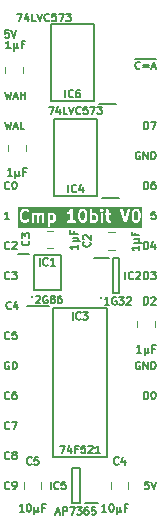
<source format=gto>
%TF.GenerationSoftware,KiCad,Pcbnew,8.0.7*%
%TF.CreationDate,2025-01-17T10:03:45+02:00*%
%TF.ProjectId,Comparator 10bit,436f6d70-6172-4617-946f-722031306269,V0*%
%TF.SameCoordinates,Original*%
%TF.FileFunction,Legend,Top*%
%TF.FilePolarity,Positive*%
%FSLAX46Y46*%
G04 Gerber Fmt 4.6, Leading zero omitted, Abs format (unit mm)*
G04 Created by KiCad (PCBNEW 8.0.7) date 2025-01-17 10:03:45*
%MOMM*%
%LPD*%
G01*
G04 APERTURE LIST*
%ADD10C,0.150000*%
%ADD11C,0.200000*%
%ADD12C,0.120000*%
G04 APERTURE END LIST*
D10*
X13036744Y-30765963D02*
X13036744Y-30130963D01*
X13036744Y-30130963D02*
X13187934Y-30130963D01*
X13187934Y-30130963D02*
X13278649Y-30161201D01*
X13278649Y-30161201D02*
X13339125Y-30221677D01*
X13339125Y-30221677D02*
X13369363Y-30282153D01*
X13369363Y-30282153D02*
X13399601Y-30403105D01*
X13399601Y-30403105D02*
X13399601Y-30493820D01*
X13399601Y-30493820D02*
X13369363Y-30614772D01*
X13369363Y-30614772D02*
X13339125Y-30675248D01*
X13339125Y-30675248D02*
X13278649Y-30735725D01*
X13278649Y-30735725D02*
X13187934Y-30765963D01*
X13187934Y-30765963D02*
X13036744Y-30765963D01*
X13792696Y-30130963D02*
X13853173Y-30130963D01*
X13853173Y-30130963D02*
X13913649Y-30161201D01*
X13913649Y-30161201D02*
X13943887Y-30191439D01*
X13943887Y-30191439D02*
X13974125Y-30251915D01*
X13974125Y-30251915D02*
X14004363Y-30372867D01*
X14004363Y-30372867D02*
X14004363Y-30524058D01*
X14004363Y-30524058D02*
X13974125Y-30645010D01*
X13974125Y-30645010D02*
X13943887Y-30705486D01*
X13943887Y-30705486D02*
X13913649Y-30735725D01*
X13913649Y-30735725D02*
X13853173Y-30765963D01*
X13853173Y-30765963D02*
X13792696Y-30765963D01*
X13792696Y-30765963D02*
X13732220Y-30735725D01*
X13732220Y-30735725D02*
X13701982Y-30705486D01*
X13701982Y-30705486D02*
X13671744Y-30645010D01*
X13671744Y-30645010D02*
X13641506Y-30524058D01*
X13641506Y-30524058D02*
X13641506Y-30372867D01*
X13641506Y-30372867D02*
X13671744Y-30251915D01*
X13671744Y-30251915D02*
X13701982Y-30191439D01*
X13701982Y-30191439D02*
X13732220Y-30161201D01*
X13732220Y-30161201D02*
X13792696Y-30130963D01*
X13036744Y-22764963D02*
X13036744Y-22129963D01*
X13036744Y-22129963D02*
X13187934Y-22129963D01*
X13187934Y-22129963D02*
X13278649Y-22160201D01*
X13278649Y-22160201D02*
X13339125Y-22220677D01*
X13339125Y-22220677D02*
X13369363Y-22281153D01*
X13369363Y-22281153D02*
X13399601Y-22402105D01*
X13399601Y-22402105D02*
X13399601Y-22492820D01*
X13399601Y-22492820D02*
X13369363Y-22613772D01*
X13369363Y-22613772D02*
X13339125Y-22674248D01*
X13339125Y-22674248D02*
X13278649Y-22734725D01*
X13278649Y-22734725D02*
X13187934Y-22764963D01*
X13187934Y-22764963D02*
X13036744Y-22764963D01*
X13641506Y-22190439D02*
X13671744Y-22160201D01*
X13671744Y-22160201D02*
X13732220Y-22129963D01*
X13732220Y-22129963D02*
X13883411Y-22129963D01*
X13883411Y-22129963D02*
X13943887Y-22160201D01*
X13943887Y-22160201D02*
X13974125Y-22190439D01*
X13974125Y-22190439D02*
X14004363Y-22250915D01*
X14004363Y-22250915D02*
X14004363Y-22311391D01*
X14004363Y-22311391D02*
X13974125Y-22402105D01*
X13974125Y-22402105D02*
X13611268Y-22764963D01*
X13611268Y-22764963D02*
X14004363Y-22764963D01*
X13974125Y-14890963D02*
X13671744Y-14890963D01*
X13671744Y-14890963D02*
X13641506Y-15193344D01*
X13641506Y-15193344D02*
X13671744Y-15163105D01*
X13671744Y-15163105D02*
X13732220Y-15132867D01*
X13732220Y-15132867D02*
X13883411Y-15132867D01*
X13883411Y-15132867D02*
X13943887Y-15163105D01*
X13943887Y-15163105D02*
X13974125Y-15193344D01*
X13974125Y-15193344D02*
X14004363Y-15253820D01*
X14004363Y-15253820D02*
X14004363Y-15405010D01*
X14004363Y-15405010D02*
X13974125Y-15465486D01*
X13974125Y-15465486D02*
X13943887Y-15495725D01*
X13943887Y-15495725D02*
X13883411Y-15525963D01*
X13883411Y-15525963D02*
X13732220Y-15525963D01*
X13732220Y-15525963D02*
X13671744Y-15495725D01*
X13671744Y-15495725D02*
X13641506Y-15465486D01*
X13036744Y-12985963D02*
X13036744Y-12350963D01*
X13036744Y-12350963D02*
X13187934Y-12350963D01*
X13187934Y-12350963D02*
X13278649Y-12381201D01*
X13278649Y-12381201D02*
X13339125Y-12441677D01*
X13339125Y-12441677D02*
X13369363Y-12502153D01*
X13369363Y-12502153D02*
X13399601Y-12623105D01*
X13399601Y-12623105D02*
X13399601Y-12713820D01*
X13399601Y-12713820D02*
X13369363Y-12834772D01*
X13369363Y-12834772D02*
X13339125Y-12895248D01*
X13339125Y-12895248D02*
X13278649Y-12955725D01*
X13278649Y-12955725D02*
X13187934Y-12985963D01*
X13187934Y-12985963D02*
X13036744Y-12985963D01*
X13943887Y-12350963D02*
X13822934Y-12350963D01*
X13822934Y-12350963D02*
X13762458Y-12381201D01*
X13762458Y-12381201D02*
X13732220Y-12411439D01*
X13732220Y-12411439D02*
X13671744Y-12502153D01*
X13671744Y-12502153D02*
X13641506Y-12623105D01*
X13641506Y-12623105D02*
X13641506Y-12865010D01*
X13641506Y-12865010D02*
X13671744Y-12925486D01*
X13671744Y-12925486D02*
X13701982Y-12955725D01*
X13701982Y-12955725D02*
X13762458Y-12985963D01*
X13762458Y-12985963D02*
X13883411Y-12985963D01*
X13883411Y-12985963D02*
X13943887Y-12955725D01*
X13943887Y-12955725D02*
X13974125Y-12925486D01*
X13974125Y-12925486D02*
X14004363Y-12865010D01*
X14004363Y-12865010D02*
X14004363Y-12713820D01*
X14004363Y-12713820D02*
X13974125Y-12653344D01*
X13974125Y-12653344D02*
X13943887Y-12623105D01*
X13943887Y-12623105D02*
X13883411Y-12592867D01*
X13883411Y-12592867D02*
X13762458Y-12592867D01*
X13762458Y-12592867D02*
X13701982Y-12623105D01*
X13701982Y-12623105D02*
X13671744Y-12653344D01*
X13671744Y-12653344D02*
X13641506Y-12713820D01*
X1628731Y-12925486D02*
X1598493Y-12955725D01*
X1598493Y-12955725D02*
X1507779Y-12985963D01*
X1507779Y-12985963D02*
X1447303Y-12985963D01*
X1447303Y-12985963D02*
X1356588Y-12955725D01*
X1356588Y-12955725D02*
X1296112Y-12895248D01*
X1296112Y-12895248D02*
X1265874Y-12834772D01*
X1265874Y-12834772D02*
X1235636Y-12713820D01*
X1235636Y-12713820D02*
X1235636Y-12623105D01*
X1235636Y-12623105D02*
X1265874Y-12502153D01*
X1265874Y-12502153D02*
X1296112Y-12441677D01*
X1296112Y-12441677D02*
X1356588Y-12381201D01*
X1356588Y-12381201D02*
X1447303Y-12350963D01*
X1447303Y-12350963D02*
X1507779Y-12350963D01*
X1507779Y-12350963D02*
X1598493Y-12381201D01*
X1598493Y-12381201D02*
X1628731Y-12411439D01*
X2021826Y-12350963D02*
X2082303Y-12350963D01*
X2082303Y-12350963D02*
X2142779Y-12381201D01*
X2142779Y-12381201D02*
X2173017Y-12411439D01*
X2173017Y-12411439D02*
X2203255Y-12471915D01*
X2203255Y-12471915D02*
X2233493Y-12592867D01*
X2233493Y-12592867D02*
X2233493Y-12744058D01*
X2233493Y-12744058D02*
X2203255Y-12865010D01*
X2203255Y-12865010D02*
X2173017Y-12925486D01*
X2173017Y-12925486D02*
X2142779Y-12955725D01*
X2142779Y-12955725D02*
X2082303Y-12985963D01*
X2082303Y-12985963D02*
X2021826Y-12985963D01*
X2021826Y-12985963D02*
X1961350Y-12955725D01*
X1961350Y-12955725D02*
X1931112Y-12925486D01*
X1931112Y-12925486D02*
X1900874Y-12865010D01*
X1900874Y-12865010D02*
X1870636Y-12744058D01*
X1870636Y-12744058D02*
X1870636Y-12592867D01*
X1870636Y-12592867D02*
X1900874Y-12471915D01*
X1900874Y-12471915D02*
X1931112Y-12411439D01*
X1931112Y-12411439D02*
X1961350Y-12381201D01*
X1961350Y-12381201D02*
X2021826Y-12350963D01*
X1628731Y-18005486D02*
X1598493Y-18035725D01*
X1598493Y-18035725D02*
X1507779Y-18065963D01*
X1507779Y-18065963D02*
X1447303Y-18065963D01*
X1447303Y-18065963D02*
X1356588Y-18035725D01*
X1356588Y-18035725D02*
X1296112Y-17975248D01*
X1296112Y-17975248D02*
X1265874Y-17914772D01*
X1265874Y-17914772D02*
X1235636Y-17793820D01*
X1235636Y-17793820D02*
X1235636Y-17703105D01*
X1235636Y-17703105D02*
X1265874Y-17582153D01*
X1265874Y-17582153D02*
X1296112Y-17521677D01*
X1296112Y-17521677D02*
X1356588Y-17461201D01*
X1356588Y-17461201D02*
X1447303Y-17430963D01*
X1447303Y-17430963D02*
X1507779Y-17430963D01*
X1507779Y-17430963D02*
X1598493Y-17461201D01*
X1598493Y-17461201D02*
X1628731Y-17491439D01*
X1870636Y-17491439D02*
X1900874Y-17461201D01*
X1900874Y-17461201D02*
X1961350Y-17430963D01*
X1961350Y-17430963D02*
X2112541Y-17430963D01*
X2112541Y-17430963D02*
X2173017Y-17461201D01*
X2173017Y-17461201D02*
X2203255Y-17491439D01*
X2203255Y-17491439D02*
X2233493Y-17551915D01*
X2233493Y-17551915D02*
X2233493Y-17612391D01*
X2233493Y-17612391D02*
X2203255Y-17703105D01*
X2203255Y-17703105D02*
X1840398Y-18065963D01*
X1840398Y-18065963D02*
X2233493Y-18065963D01*
X1628731Y-25625486D02*
X1598493Y-25655725D01*
X1598493Y-25655725D02*
X1507779Y-25685963D01*
X1507779Y-25685963D02*
X1447303Y-25685963D01*
X1447303Y-25685963D02*
X1356588Y-25655725D01*
X1356588Y-25655725D02*
X1296112Y-25595248D01*
X1296112Y-25595248D02*
X1265874Y-25534772D01*
X1265874Y-25534772D02*
X1235636Y-25413820D01*
X1235636Y-25413820D02*
X1235636Y-25323105D01*
X1235636Y-25323105D02*
X1265874Y-25202153D01*
X1265874Y-25202153D02*
X1296112Y-25141677D01*
X1296112Y-25141677D02*
X1356588Y-25081201D01*
X1356588Y-25081201D02*
X1447303Y-25050963D01*
X1447303Y-25050963D02*
X1507779Y-25050963D01*
X1507779Y-25050963D02*
X1598493Y-25081201D01*
X1598493Y-25081201D02*
X1628731Y-25111439D01*
X2203255Y-25050963D02*
X1900874Y-25050963D01*
X1900874Y-25050963D02*
X1870636Y-25353344D01*
X1870636Y-25353344D02*
X1900874Y-25323105D01*
X1900874Y-25323105D02*
X1961350Y-25292867D01*
X1961350Y-25292867D02*
X2112541Y-25292867D01*
X2112541Y-25292867D02*
X2173017Y-25323105D01*
X2173017Y-25323105D02*
X2203255Y-25353344D01*
X2203255Y-25353344D02*
X2233493Y-25413820D01*
X2233493Y-25413820D02*
X2233493Y-25565010D01*
X2233493Y-25565010D02*
X2203255Y-25625486D01*
X2203255Y-25625486D02*
X2173017Y-25655725D01*
X2173017Y-25655725D02*
X2112541Y-25685963D01*
X2112541Y-25685963D02*
X1961350Y-25685963D01*
X1961350Y-25685963D02*
X1900874Y-25655725D01*
X1900874Y-25655725D02*
X1870636Y-25625486D01*
X1256198Y-7270963D02*
X1407388Y-7905963D01*
X1407388Y-7905963D02*
X1528341Y-7452391D01*
X1528341Y-7452391D02*
X1649293Y-7905963D01*
X1649293Y-7905963D02*
X1800484Y-7270963D01*
X2012150Y-7724534D02*
X2314531Y-7724534D01*
X1951674Y-7905963D02*
X2163340Y-7270963D01*
X2163340Y-7270963D02*
X2375007Y-7905963D01*
X2889055Y-7905963D02*
X2586674Y-7905963D01*
X2586674Y-7905963D02*
X2586674Y-7270963D01*
X1628731Y-30705486D02*
X1598493Y-30735725D01*
X1598493Y-30735725D02*
X1507779Y-30765963D01*
X1507779Y-30765963D02*
X1447303Y-30765963D01*
X1447303Y-30765963D02*
X1356588Y-30735725D01*
X1356588Y-30735725D02*
X1296112Y-30675248D01*
X1296112Y-30675248D02*
X1265874Y-30614772D01*
X1265874Y-30614772D02*
X1235636Y-30493820D01*
X1235636Y-30493820D02*
X1235636Y-30403105D01*
X1235636Y-30403105D02*
X1265874Y-30282153D01*
X1265874Y-30282153D02*
X1296112Y-30221677D01*
X1296112Y-30221677D02*
X1356588Y-30161201D01*
X1356588Y-30161201D02*
X1447303Y-30130963D01*
X1447303Y-30130963D02*
X1507779Y-30130963D01*
X1507779Y-30130963D02*
X1598493Y-30161201D01*
X1598493Y-30161201D02*
X1628731Y-30191439D01*
X2173017Y-30130963D02*
X2052064Y-30130963D01*
X2052064Y-30130963D02*
X1991588Y-30161201D01*
X1991588Y-30161201D02*
X1961350Y-30191439D01*
X1961350Y-30191439D02*
X1900874Y-30282153D01*
X1900874Y-30282153D02*
X1870636Y-30403105D01*
X1870636Y-30403105D02*
X1870636Y-30645010D01*
X1870636Y-30645010D02*
X1900874Y-30705486D01*
X1900874Y-30705486D02*
X1931112Y-30735725D01*
X1931112Y-30735725D02*
X1991588Y-30765963D01*
X1991588Y-30765963D02*
X2112541Y-30765963D01*
X2112541Y-30765963D02*
X2173017Y-30735725D01*
X2173017Y-30735725D02*
X2203255Y-30705486D01*
X2203255Y-30705486D02*
X2233493Y-30645010D01*
X2233493Y-30645010D02*
X2233493Y-30493820D01*
X2233493Y-30493820D02*
X2203255Y-30433344D01*
X2203255Y-30433344D02*
X2173017Y-30403105D01*
X2173017Y-30403105D02*
X2112541Y-30372867D01*
X2112541Y-30372867D02*
X1991588Y-30372867D01*
X1991588Y-30372867D02*
X1931112Y-30403105D01*
X1931112Y-30403105D02*
X1900874Y-30433344D01*
X1900874Y-30433344D02*
X1870636Y-30493820D01*
X12673887Y-27621201D02*
X12613411Y-27590963D01*
X12613411Y-27590963D02*
X12522697Y-27590963D01*
X12522697Y-27590963D02*
X12431982Y-27621201D01*
X12431982Y-27621201D02*
X12371506Y-27681677D01*
X12371506Y-27681677D02*
X12341268Y-27742153D01*
X12341268Y-27742153D02*
X12311030Y-27863105D01*
X12311030Y-27863105D02*
X12311030Y-27953820D01*
X12311030Y-27953820D02*
X12341268Y-28074772D01*
X12341268Y-28074772D02*
X12371506Y-28135248D01*
X12371506Y-28135248D02*
X12431982Y-28195725D01*
X12431982Y-28195725D02*
X12522697Y-28225963D01*
X12522697Y-28225963D02*
X12583173Y-28225963D01*
X12583173Y-28225963D02*
X12673887Y-28195725D01*
X12673887Y-28195725D02*
X12704125Y-28165486D01*
X12704125Y-28165486D02*
X12704125Y-27953820D01*
X12704125Y-27953820D02*
X12583173Y-27953820D01*
X12976268Y-28225963D02*
X12976268Y-27590963D01*
X12976268Y-27590963D02*
X13339125Y-28225963D01*
X13339125Y-28225963D02*
X13339125Y-27590963D01*
X13641506Y-28225963D02*
X13641506Y-27590963D01*
X13641506Y-27590963D02*
X13792696Y-27590963D01*
X13792696Y-27590963D02*
X13883411Y-27621201D01*
X13883411Y-27621201D02*
X13943887Y-27681677D01*
X13943887Y-27681677D02*
X13974125Y-27742153D01*
X13974125Y-27742153D02*
X14004363Y-27863105D01*
X14004363Y-27863105D02*
X14004363Y-27953820D01*
X14004363Y-27953820D02*
X13974125Y-28074772D01*
X13974125Y-28074772D02*
X13943887Y-28135248D01*
X13943887Y-28135248D02*
X13883411Y-28195725D01*
X13883411Y-28195725D02*
X13792696Y-28225963D01*
X13792696Y-28225963D02*
X13641506Y-28225963D01*
X1628731Y-38325486D02*
X1598493Y-38355725D01*
X1598493Y-38355725D02*
X1507779Y-38385963D01*
X1507779Y-38385963D02*
X1447303Y-38385963D01*
X1447303Y-38385963D02*
X1356588Y-38355725D01*
X1356588Y-38355725D02*
X1296112Y-38295248D01*
X1296112Y-38295248D02*
X1265874Y-38234772D01*
X1265874Y-38234772D02*
X1235636Y-38113820D01*
X1235636Y-38113820D02*
X1235636Y-38023105D01*
X1235636Y-38023105D02*
X1265874Y-37902153D01*
X1265874Y-37902153D02*
X1296112Y-37841677D01*
X1296112Y-37841677D02*
X1356588Y-37781201D01*
X1356588Y-37781201D02*
X1447303Y-37750963D01*
X1447303Y-37750963D02*
X1507779Y-37750963D01*
X1507779Y-37750963D02*
X1598493Y-37781201D01*
X1598493Y-37781201D02*
X1628731Y-37811439D01*
X1931112Y-38385963D02*
X2052064Y-38385963D01*
X2052064Y-38385963D02*
X2112541Y-38355725D01*
X2112541Y-38355725D02*
X2142779Y-38325486D01*
X2142779Y-38325486D02*
X2203255Y-38234772D01*
X2203255Y-38234772D02*
X2233493Y-38113820D01*
X2233493Y-38113820D02*
X2233493Y-37871915D01*
X2233493Y-37871915D02*
X2203255Y-37811439D01*
X2203255Y-37811439D02*
X2173017Y-37781201D01*
X2173017Y-37781201D02*
X2112541Y-37750963D01*
X2112541Y-37750963D02*
X1991588Y-37750963D01*
X1991588Y-37750963D02*
X1931112Y-37781201D01*
X1931112Y-37781201D02*
X1900874Y-37811439D01*
X1900874Y-37811439D02*
X1870636Y-37871915D01*
X1870636Y-37871915D02*
X1870636Y-38023105D01*
X1870636Y-38023105D02*
X1900874Y-38083582D01*
X1900874Y-38083582D02*
X1931112Y-38113820D01*
X1931112Y-38113820D02*
X1991588Y-38144058D01*
X1991588Y-38144058D02*
X2112541Y-38144058D01*
X2112541Y-38144058D02*
X2173017Y-38113820D01*
X2173017Y-38113820D02*
X2203255Y-38083582D01*
X2203255Y-38083582D02*
X2233493Y-38023105D01*
D11*
G36*
X5298858Y-15205357D02*
G01*
X5323527Y-15230025D01*
X5353332Y-15289635D01*
X5353332Y-15528135D01*
X5323527Y-15587743D01*
X5298858Y-15612413D01*
X5239249Y-15642219D01*
X5095987Y-15642219D01*
X5077142Y-15632796D01*
X5077142Y-15184974D01*
X5095987Y-15175552D01*
X5239249Y-15175552D01*
X5298858Y-15205357D01*
G37*
G36*
X7917906Y-14872024D02*
G01*
X7942575Y-14896692D01*
X7978028Y-14967599D01*
X8019999Y-15135480D01*
X8019999Y-15348956D01*
X7978028Y-15516837D01*
X7942575Y-15587743D01*
X7917906Y-15612413D01*
X7858297Y-15642219D01*
X7810273Y-15642219D01*
X7750663Y-15612414D01*
X7725996Y-15587746D01*
X7690541Y-15516837D01*
X7648571Y-15348956D01*
X7648571Y-15135481D01*
X7690541Y-14967599D01*
X7725995Y-14896692D01*
X7750663Y-14872023D01*
X7810273Y-14842219D01*
X7858297Y-14842219D01*
X7917906Y-14872024D01*
G37*
G36*
X8870287Y-15205357D02*
G01*
X8894956Y-15230025D01*
X8924761Y-15289635D01*
X8924761Y-15528135D01*
X8894956Y-15587743D01*
X8870287Y-15612413D01*
X8810678Y-15642219D01*
X8667416Y-15642219D01*
X8648571Y-15632796D01*
X8648571Y-15184974D01*
X8667416Y-15175552D01*
X8810678Y-15175552D01*
X8870287Y-15205357D01*
G37*
G36*
X12441716Y-14872024D02*
G01*
X12466385Y-14896692D01*
X12501838Y-14967599D01*
X12543809Y-15135480D01*
X12543809Y-15348956D01*
X12501838Y-15516837D01*
X12466385Y-15587743D01*
X12441716Y-15612413D01*
X12382107Y-15642219D01*
X12334083Y-15642219D01*
X12274473Y-15612414D01*
X12249806Y-15587746D01*
X12214351Y-15516837D01*
X12172381Y-15348956D01*
X12172381Y-15135481D01*
X12214351Y-14967599D01*
X12249805Y-14896692D01*
X12274473Y-14872023D01*
X12334083Y-14842219D01*
X12382107Y-14842219D01*
X12441716Y-14872024D01*
G37*
G36*
X12854920Y-16284742D02*
G01*
X2385079Y-16284742D01*
X2385079Y-15170790D01*
X2496190Y-15170790D01*
X2496190Y-15313647D01*
X2496525Y-15317049D01*
X2496308Y-15318508D01*
X2497387Y-15325805D01*
X2498111Y-15333156D01*
X2498675Y-15334519D01*
X2499176Y-15337901D01*
X2546795Y-15528376D01*
X2547308Y-15529813D01*
X2547360Y-15530536D01*
X2550468Y-15538660D01*
X2553390Y-15546837D01*
X2553820Y-15547417D01*
X2554366Y-15548844D01*
X2601985Y-15644082D01*
X2607267Y-15652474D01*
X2608280Y-15654918D01*
X2610536Y-15657667D01*
X2612428Y-15660672D01*
X2614422Y-15662401D01*
X2620717Y-15670071D01*
X2715955Y-15765311D01*
X2731108Y-15777747D01*
X2734427Y-15779122D01*
X2737143Y-15781477D01*
X2755043Y-15789468D01*
X2897900Y-15837087D01*
X2907572Y-15839286D01*
X2910014Y-15840298D01*
X2913551Y-15840646D01*
X2917015Y-15841434D01*
X2919649Y-15841246D01*
X2929523Y-15842219D01*
X3024761Y-15842219D01*
X3034634Y-15841246D01*
X3037268Y-15841434D01*
X3040731Y-15840646D01*
X3044270Y-15840298D01*
X3046712Y-15839286D01*
X3056384Y-15837087D01*
X3199240Y-15789468D01*
X3217141Y-15781477D01*
X3219856Y-15779122D01*
X3223176Y-15777747D01*
X3238329Y-15765310D01*
X3285948Y-15717690D01*
X3298385Y-15702537D01*
X3313316Y-15666488D01*
X3313315Y-15627470D01*
X3298384Y-15591422D01*
X3270793Y-15563832D01*
X3234745Y-15548901D01*
X3195727Y-15548902D01*
X3159679Y-15563833D01*
X3144525Y-15576270D01*
X3113598Y-15607197D01*
X3008534Y-15642219D01*
X2945749Y-15642219D01*
X2840684Y-15607197D01*
X2773614Y-15540127D01*
X2738160Y-15469218D01*
X2696190Y-15301337D01*
X2696190Y-15183100D01*
X2723077Y-15075552D01*
X3543809Y-15075552D01*
X3543809Y-15742219D01*
X3545730Y-15761728D01*
X3560662Y-15797776D01*
X3588252Y-15825366D01*
X3624300Y-15840298D01*
X3663318Y-15840298D01*
X3699366Y-15825366D01*
X3726956Y-15797776D01*
X3741888Y-15761728D01*
X3743809Y-15742219D01*
X3743809Y-15212211D01*
X3750663Y-15205356D01*
X3810273Y-15175552D01*
X3905916Y-15175552D01*
X3950225Y-15197707D01*
X3972380Y-15242016D01*
X3972380Y-15742219D01*
X3974301Y-15761728D01*
X3989233Y-15797776D01*
X4016823Y-15825366D01*
X4052871Y-15840298D01*
X4091889Y-15840298D01*
X4127937Y-15825366D01*
X4155527Y-15797776D01*
X4170459Y-15761728D01*
X4172380Y-15742219D01*
X4172380Y-15242016D01*
X4194535Y-15197706D01*
X4238844Y-15175552D01*
X4334487Y-15175552D01*
X4378797Y-15197706D01*
X4400952Y-15242016D01*
X4400952Y-15742219D01*
X4402873Y-15761728D01*
X4417805Y-15797776D01*
X4445395Y-15825366D01*
X4481443Y-15840298D01*
X4520461Y-15840298D01*
X4556509Y-15825366D01*
X4584099Y-15797776D01*
X4599031Y-15761728D01*
X4600952Y-15742219D01*
X4600952Y-15218409D01*
X4599031Y-15198900D01*
X4597655Y-15195579D01*
X4597401Y-15191996D01*
X4590395Y-15173687D01*
X4542776Y-15078450D01*
X4540952Y-15075552D01*
X4877142Y-15075552D01*
X4877142Y-16075552D01*
X4879063Y-16095061D01*
X4893995Y-16131109D01*
X4921585Y-16158699D01*
X4957633Y-16173631D01*
X4996651Y-16173631D01*
X5032699Y-16158699D01*
X5060289Y-16131109D01*
X5075221Y-16095061D01*
X5077142Y-16075552D01*
X5077142Y-15842219D01*
X5262856Y-15842219D01*
X5282365Y-15840298D01*
X5285685Y-15838922D01*
X5289269Y-15838668D01*
X5307577Y-15831662D01*
X5402815Y-15784043D01*
X5411210Y-15778758D01*
X5413652Y-15777747D01*
X5416399Y-15775491D01*
X5419405Y-15773600D01*
X5421135Y-15771605D01*
X5428805Y-15765310D01*
X5476424Y-15717690D01*
X5482716Y-15710023D01*
X5484713Y-15708292D01*
X5486606Y-15705284D01*
X5488861Y-15702537D01*
X5489872Y-15700095D01*
X5495156Y-15691701D01*
X5542775Y-15596464D01*
X5549781Y-15578155D01*
X5550035Y-15574571D01*
X5551411Y-15571251D01*
X5553332Y-15551742D01*
X5553332Y-15266028D01*
X5551411Y-15246519D01*
X5550035Y-15243198D01*
X5549781Y-15239615D01*
X5542775Y-15221306D01*
X5495156Y-15126069D01*
X5489870Y-15117672D01*
X5488860Y-15115232D01*
X5486606Y-15112486D01*
X5484713Y-15109478D01*
X5482715Y-15107745D01*
X5476423Y-15100079D01*
X5428805Y-15052460D01*
X5421134Y-15046165D01*
X5419405Y-15044171D01*
X5416397Y-15042277D01*
X5413651Y-15040024D01*
X5411211Y-15039013D01*
X5402815Y-15033728D01*
X5366211Y-15015426D01*
X6496975Y-15015426D01*
X6499741Y-15054346D01*
X6517190Y-15089245D01*
X6546667Y-15114809D01*
X6583683Y-15127148D01*
X6622603Y-15124382D01*
X6640911Y-15117376D01*
X6736149Y-15069757D01*
X6744545Y-15064471D01*
X6746985Y-15063461D01*
X6749731Y-15061207D01*
X6752739Y-15059314D01*
X6754468Y-15057319D01*
X6762139Y-15051025D01*
X6781904Y-15031260D01*
X6781904Y-15642219D01*
X6596190Y-15642219D01*
X6576681Y-15644140D01*
X6540633Y-15659072D01*
X6513043Y-15686662D01*
X6498111Y-15722710D01*
X6498111Y-15761728D01*
X6513043Y-15797776D01*
X6540633Y-15825366D01*
X6576681Y-15840298D01*
X6596190Y-15842219D01*
X7167618Y-15842219D01*
X7187127Y-15840298D01*
X7223175Y-15825366D01*
X7250765Y-15797776D01*
X7265697Y-15761728D01*
X7265697Y-15722710D01*
X7250765Y-15686662D01*
X7223175Y-15659072D01*
X7187127Y-15644140D01*
X7167618Y-15642219D01*
X6981904Y-15642219D01*
X6981904Y-15123171D01*
X7448571Y-15123171D01*
X7448571Y-15361266D01*
X7448906Y-15364668D01*
X7448689Y-15366127D01*
X7449768Y-15373424D01*
X7450492Y-15380775D01*
X7451056Y-15382138D01*
X7451557Y-15385520D01*
X7499176Y-15575995D01*
X7499689Y-15577432D01*
X7499741Y-15578155D01*
X7502849Y-15586279D01*
X7505771Y-15594456D01*
X7506201Y-15595036D01*
X7506747Y-15596463D01*
X7554366Y-15691701D01*
X7559649Y-15700093D01*
X7560661Y-15702537D01*
X7562917Y-15705286D01*
X7564809Y-15708291D01*
X7566803Y-15710020D01*
X7573098Y-15717690D01*
X7620716Y-15765310D01*
X7628384Y-15771603D01*
X7630116Y-15773600D01*
X7633124Y-15775493D01*
X7635870Y-15777747D01*
X7638310Y-15778757D01*
X7646707Y-15784043D01*
X7741944Y-15831662D01*
X7760253Y-15838668D01*
X7763836Y-15838922D01*
X7767157Y-15840298D01*
X7786666Y-15842219D01*
X7881904Y-15842219D01*
X7901413Y-15840298D01*
X7904733Y-15838922D01*
X7908317Y-15838668D01*
X7926625Y-15831662D01*
X8021863Y-15784043D01*
X8030258Y-15778758D01*
X8032700Y-15777747D01*
X8035447Y-15775491D01*
X8038453Y-15773600D01*
X8040183Y-15771605D01*
X8047853Y-15765310D01*
X8095472Y-15717690D01*
X8101764Y-15710023D01*
X8103761Y-15708292D01*
X8105654Y-15705284D01*
X8107909Y-15702537D01*
X8108920Y-15700095D01*
X8114204Y-15691701D01*
X8161823Y-15596464D01*
X8162369Y-15595035D01*
X8162799Y-15594456D01*
X8165720Y-15586279D01*
X8168829Y-15578155D01*
X8168880Y-15577434D01*
X8169394Y-15575996D01*
X8217013Y-15385520D01*
X8217513Y-15382138D01*
X8218078Y-15380775D01*
X8218801Y-15373424D01*
X8219881Y-15366127D01*
X8219663Y-15364668D01*
X8219999Y-15361266D01*
X8219999Y-15123171D01*
X8219663Y-15119768D01*
X8219881Y-15118310D01*
X8218801Y-15111012D01*
X8218078Y-15103662D01*
X8217513Y-15102298D01*
X8217013Y-15098917D01*
X8169394Y-14908441D01*
X8168880Y-14907002D01*
X8168829Y-14906282D01*
X8165720Y-14898157D01*
X8162799Y-14889981D01*
X8162369Y-14889401D01*
X8161823Y-14887973D01*
X8114204Y-14792736D01*
X8108918Y-14784339D01*
X8107908Y-14781899D01*
X8105654Y-14779153D01*
X8103761Y-14776145D01*
X8101763Y-14774412D01*
X8095471Y-14766746D01*
X8070945Y-14742219D01*
X8448571Y-14742219D01*
X8448571Y-15742219D01*
X8450492Y-15761728D01*
X8465424Y-15797776D01*
X8493014Y-15825366D01*
X8529062Y-15840298D01*
X8568080Y-15840298D01*
X8594484Y-15829360D01*
X8599087Y-15831662D01*
X8617396Y-15838668D01*
X8620979Y-15838922D01*
X8624300Y-15840298D01*
X8643809Y-15842219D01*
X8834285Y-15842219D01*
X8853794Y-15840298D01*
X8857114Y-15838922D01*
X8860698Y-15838668D01*
X8879006Y-15831662D01*
X8974244Y-15784043D01*
X8982639Y-15778758D01*
X8985081Y-15777747D01*
X8987828Y-15775491D01*
X8990834Y-15773600D01*
X8992564Y-15771605D01*
X9000234Y-15765310D01*
X9047853Y-15717690D01*
X9054145Y-15710023D01*
X9056142Y-15708292D01*
X9058035Y-15705284D01*
X9060290Y-15702537D01*
X9061301Y-15700095D01*
X9066585Y-15691701D01*
X9114204Y-15596464D01*
X9121210Y-15578155D01*
X9121464Y-15574571D01*
X9122840Y-15571251D01*
X9124761Y-15551742D01*
X9124761Y-15266028D01*
X9122840Y-15246519D01*
X9121464Y-15243198D01*
X9121210Y-15239615D01*
X9114204Y-15221306D01*
X9066585Y-15126069D01*
X9061299Y-15117672D01*
X9060289Y-15115232D01*
X9058035Y-15112486D01*
X9056142Y-15109478D01*
X9054144Y-15107745D01*
X9047852Y-15100079D01*
X9023326Y-15075552D01*
X9353333Y-15075552D01*
X9353333Y-15742219D01*
X9355254Y-15761728D01*
X9370186Y-15797776D01*
X9397776Y-15825366D01*
X9433824Y-15840298D01*
X9472842Y-15840298D01*
X9508890Y-15825366D01*
X9536480Y-15797776D01*
X9551412Y-15761728D01*
X9553333Y-15742219D01*
X9553333Y-15075552D01*
X9551412Y-15056043D01*
X9688587Y-15056043D01*
X9688587Y-15095061D01*
X9703519Y-15131109D01*
X9731109Y-15158699D01*
X9767157Y-15173631D01*
X9786666Y-15175552D01*
X9829523Y-15175552D01*
X9829523Y-15599361D01*
X9831444Y-15618870D01*
X9832819Y-15622190D01*
X9833074Y-15625773D01*
X9840080Y-15644082D01*
X9887699Y-15739321D01*
X9889752Y-15742584D01*
X9890266Y-15744123D01*
X9891928Y-15746039D01*
X9898142Y-15755911D01*
X9907613Y-15764125D01*
X9915830Y-15773600D01*
X9925700Y-15779812D01*
X9927618Y-15781476D01*
X9929158Y-15781989D01*
X9932421Y-15784043D01*
X10027658Y-15831662D01*
X10045967Y-15838668D01*
X10049550Y-15838922D01*
X10052871Y-15840298D01*
X10072380Y-15842219D01*
X10167618Y-15842219D01*
X10187127Y-15840298D01*
X10223175Y-15825366D01*
X10250765Y-15797776D01*
X10265697Y-15761728D01*
X10265697Y-15722710D01*
X10250765Y-15686662D01*
X10223175Y-15659072D01*
X10187127Y-15644140D01*
X10167618Y-15642219D01*
X10095987Y-15642219D01*
X10051677Y-15620064D01*
X10029523Y-15575754D01*
X10029523Y-15175552D01*
X10167618Y-15175552D01*
X10187127Y-15173631D01*
X10223175Y-15158699D01*
X10250765Y-15131109D01*
X10265697Y-15095061D01*
X10265697Y-15056043D01*
X10250765Y-15019995D01*
X10223175Y-14992405D01*
X10187127Y-14977473D01*
X10167618Y-14975552D01*
X10029523Y-14975552D01*
X10029523Y-14754726D01*
X11020785Y-14754726D01*
X11025132Y-14773842D01*
X11358465Y-15773841D01*
X11366456Y-15791742D01*
X11371139Y-15797141D01*
X11374334Y-15803531D01*
X11383805Y-15811746D01*
X11392021Y-15821218D01*
X11398409Y-15824412D01*
X11403810Y-15829096D01*
X11415711Y-15833063D01*
X11426920Y-15838667D01*
X11434044Y-15839173D01*
X11440826Y-15841434D01*
X11453335Y-15840544D01*
X11465840Y-15841434D01*
X11472618Y-15839174D01*
X11479746Y-15838668D01*
X11490962Y-15833059D01*
X11502856Y-15829095D01*
X11508253Y-15824414D01*
X11514645Y-15821218D01*
X11522863Y-15811742D01*
X11532332Y-15803530D01*
X11535525Y-15797143D01*
X11540210Y-15791742D01*
X11548201Y-15773842D01*
X11765091Y-15123171D01*
X11972381Y-15123171D01*
X11972381Y-15361266D01*
X11972716Y-15364668D01*
X11972499Y-15366127D01*
X11973578Y-15373424D01*
X11974302Y-15380775D01*
X11974866Y-15382138D01*
X11975367Y-15385520D01*
X12022986Y-15575995D01*
X12023499Y-15577432D01*
X12023551Y-15578155D01*
X12026659Y-15586279D01*
X12029581Y-15594456D01*
X12030011Y-15595036D01*
X12030557Y-15596463D01*
X12078176Y-15691701D01*
X12083459Y-15700093D01*
X12084471Y-15702537D01*
X12086727Y-15705286D01*
X12088619Y-15708291D01*
X12090613Y-15710020D01*
X12096908Y-15717690D01*
X12144526Y-15765310D01*
X12152194Y-15771603D01*
X12153926Y-15773600D01*
X12156934Y-15775493D01*
X12159680Y-15777747D01*
X12162120Y-15778757D01*
X12170517Y-15784043D01*
X12265754Y-15831662D01*
X12284063Y-15838668D01*
X12287646Y-15838922D01*
X12290967Y-15840298D01*
X12310476Y-15842219D01*
X12405714Y-15842219D01*
X12425223Y-15840298D01*
X12428543Y-15838922D01*
X12432127Y-15838668D01*
X12450435Y-15831662D01*
X12545673Y-15784043D01*
X12554068Y-15778758D01*
X12556510Y-15777747D01*
X12559257Y-15775491D01*
X12562263Y-15773600D01*
X12563993Y-15771605D01*
X12571663Y-15765310D01*
X12619282Y-15717690D01*
X12625574Y-15710023D01*
X12627571Y-15708292D01*
X12629464Y-15705284D01*
X12631719Y-15702537D01*
X12632730Y-15700095D01*
X12638014Y-15691701D01*
X12685633Y-15596464D01*
X12686179Y-15595035D01*
X12686609Y-15594456D01*
X12689530Y-15586279D01*
X12692639Y-15578155D01*
X12692690Y-15577434D01*
X12693204Y-15575996D01*
X12740823Y-15385520D01*
X12741323Y-15382138D01*
X12741888Y-15380775D01*
X12742611Y-15373424D01*
X12743691Y-15366127D01*
X12743473Y-15364668D01*
X12743809Y-15361266D01*
X12743809Y-15123171D01*
X12743473Y-15119768D01*
X12743691Y-15118310D01*
X12742611Y-15111012D01*
X12741888Y-15103662D01*
X12741323Y-15102298D01*
X12740823Y-15098917D01*
X12693204Y-14908441D01*
X12692690Y-14907002D01*
X12692639Y-14906282D01*
X12689530Y-14898157D01*
X12686609Y-14889981D01*
X12686179Y-14889401D01*
X12685633Y-14887973D01*
X12638014Y-14792736D01*
X12632728Y-14784339D01*
X12631718Y-14781899D01*
X12629464Y-14779153D01*
X12627571Y-14776145D01*
X12625573Y-14774412D01*
X12619281Y-14766746D01*
X12571663Y-14719127D01*
X12563992Y-14712832D01*
X12562263Y-14710838D01*
X12559255Y-14708944D01*
X12556509Y-14706691D01*
X12554069Y-14705680D01*
X12545673Y-14700395D01*
X12450435Y-14652776D01*
X12432127Y-14645770D01*
X12428543Y-14645515D01*
X12425223Y-14644140D01*
X12405714Y-14642219D01*
X12310476Y-14642219D01*
X12290967Y-14644140D01*
X12287646Y-14645515D01*
X12284063Y-14645770D01*
X12265754Y-14652776D01*
X12170517Y-14700395D01*
X12162120Y-14705680D01*
X12159680Y-14706691D01*
X12156934Y-14708944D01*
X12153926Y-14710838D01*
X12152193Y-14712835D01*
X12144527Y-14719128D01*
X12096908Y-14766746D01*
X12090613Y-14774416D01*
X12088619Y-14776146D01*
X12086725Y-14779153D01*
X12084472Y-14781900D01*
X12083461Y-14784339D01*
X12078176Y-14792736D01*
X12030557Y-14887974D01*
X12030011Y-14889400D01*
X12029581Y-14889981D01*
X12026659Y-14898157D01*
X12023551Y-14906282D01*
X12023499Y-14907004D01*
X12022986Y-14908442D01*
X11975367Y-15098917D01*
X11974866Y-15102298D01*
X11974302Y-15103662D01*
X11973578Y-15111012D01*
X11972499Y-15118310D01*
X11972716Y-15119768D01*
X11972381Y-15123171D01*
X11765091Y-15123171D01*
X11881534Y-14773842D01*
X11885881Y-14754727D01*
X11883115Y-14715807D01*
X11865665Y-14680908D01*
X11836189Y-14655343D01*
X11799173Y-14643004D01*
X11760253Y-14645771D01*
X11725354Y-14663220D01*
X11699789Y-14692696D01*
X11691798Y-14710597D01*
X11453333Y-15425991D01*
X11214868Y-14710596D01*
X11206877Y-14692696D01*
X11181312Y-14663220D01*
X11146413Y-14645770D01*
X11107493Y-14643004D01*
X11070477Y-14655342D01*
X11041001Y-14680907D01*
X11023551Y-14715806D01*
X11020785Y-14754726D01*
X10029523Y-14754726D01*
X10029523Y-14742219D01*
X10027602Y-14722710D01*
X10012670Y-14686662D01*
X9985080Y-14659072D01*
X9949032Y-14644140D01*
X9910014Y-14644140D01*
X9873966Y-14659072D01*
X9846376Y-14686662D01*
X9831444Y-14722710D01*
X9829523Y-14742219D01*
X9829523Y-14975552D01*
X9786666Y-14975552D01*
X9767157Y-14977473D01*
X9731109Y-14992405D01*
X9703519Y-15019995D01*
X9688587Y-15056043D01*
X9551412Y-15056043D01*
X9536480Y-15019995D01*
X9508890Y-14992405D01*
X9472842Y-14977473D01*
X9433824Y-14977473D01*
X9397776Y-14992405D01*
X9370186Y-15019995D01*
X9355254Y-15056043D01*
X9353333Y-15075552D01*
X9023326Y-15075552D01*
X9000234Y-15052460D01*
X8992563Y-15046165D01*
X8990834Y-15044171D01*
X8987826Y-15042277D01*
X8985080Y-15040024D01*
X8982640Y-15039013D01*
X8974244Y-15033728D01*
X8879006Y-14986109D01*
X8860698Y-14979103D01*
X8857114Y-14978848D01*
X8853794Y-14977473D01*
X8834285Y-14975552D01*
X8648571Y-14975552D01*
X8648571Y-14770329D01*
X9307635Y-14770329D01*
X9307635Y-14809347D01*
X9322567Y-14845395D01*
X9335003Y-14860549D01*
X9382622Y-14908167D01*
X9397775Y-14920604D01*
X9404625Y-14923441D01*
X9433824Y-14935536D01*
X9472842Y-14935536D01*
X9508890Y-14920604D01*
X9524044Y-14908168D01*
X9571662Y-14860549D01*
X9584099Y-14845396D01*
X9599030Y-14809347D01*
X9599030Y-14770329D01*
X9596170Y-14763425D01*
X9584099Y-14734280D01*
X9571662Y-14719127D01*
X9524044Y-14671508D01*
X9508890Y-14659072D01*
X9472842Y-14644140D01*
X9433824Y-14644140D01*
X9408333Y-14654698D01*
X9397775Y-14659072D01*
X9382622Y-14671509D01*
X9335003Y-14719127D01*
X9322568Y-14734280D01*
X9322567Y-14734281D01*
X9307635Y-14770329D01*
X8648571Y-14770329D01*
X8648571Y-14742219D01*
X8646650Y-14722710D01*
X8631718Y-14686662D01*
X8604128Y-14659072D01*
X8568080Y-14644140D01*
X8529062Y-14644140D01*
X8493014Y-14659072D01*
X8465424Y-14686662D01*
X8450492Y-14722710D01*
X8448571Y-14742219D01*
X8070945Y-14742219D01*
X8047853Y-14719127D01*
X8040182Y-14712832D01*
X8038453Y-14710838D01*
X8035445Y-14708944D01*
X8032699Y-14706691D01*
X8030259Y-14705680D01*
X8021863Y-14700395D01*
X7926625Y-14652776D01*
X7908317Y-14645770D01*
X7904733Y-14645515D01*
X7901413Y-14644140D01*
X7881904Y-14642219D01*
X7786666Y-14642219D01*
X7767157Y-14644140D01*
X7763836Y-14645515D01*
X7760253Y-14645770D01*
X7741944Y-14652776D01*
X7646707Y-14700395D01*
X7638310Y-14705680D01*
X7635870Y-14706691D01*
X7633124Y-14708944D01*
X7630116Y-14710838D01*
X7628383Y-14712835D01*
X7620717Y-14719128D01*
X7573098Y-14766746D01*
X7566803Y-14774416D01*
X7564809Y-14776146D01*
X7562915Y-14779153D01*
X7560662Y-14781900D01*
X7559651Y-14784339D01*
X7554366Y-14792736D01*
X7506747Y-14887974D01*
X7506201Y-14889400D01*
X7505771Y-14889981D01*
X7502849Y-14898157D01*
X7499741Y-14906282D01*
X7499689Y-14907004D01*
X7499176Y-14908442D01*
X7451557Y-15098917D01*
X7451056Y-15102298D01*
X7450492Y-15103662D01*
X7449768Y-15111012D01*
X7448689Y-15118310D01*
X7448906Y-15119768D01*
X7448571Y-15123171D01*
X6981904Y-15123171D01*
X6981904Y-14742219D01*
X6981897Y-14742148D01*
X6981904Y-14742114D01*
X6981883Y-14742012D01*
X6979983Y-14722710D01*
X6976193Y-14713561D01*
X6974252Y-14703854D01*
X6968800Y-14695713D01*
X6965051Y-14686662D01*
X6958051Y-14679662D01*
X6952541Y-14671434D01*
X6944386Y-14665997D01*
X6937461Y-14659072D01*
X6928317Y-14655284D01*
X6920076Y-14649790D01*
X6910462Y-14647888D01*
X6901413Y-14644140D01*
X6891512Y-14644140D01*
X6881800Y-14642219D01*
X6872195Y-14644140D01*
X6862395Y-14644140D01*
X6853246Y-14647929D01*
X6843539Y-14649871D01*
X6835398Y-14655322D01*
X6826347Y-14659072D01*
X6819347Y-14666071D01*
X6811119Y-14671582D01*
X6798830Y-14686588D01*
X6798757Y-14686662D01*
X6798743Y-14686694D01*
X6798699Y-14686749D01*
X6708955Y-14821365D01*
X6632191Y-14898128D01*
X6551469Y-14938490D01*
X6534878Y-14948933D01*
X6509314Y-14978410D01*
X6496975Y-15015426D01*
X5366211Y-15015426D01*
X5307577Y-14986109D01*
X5289269Y-14979103D01*
X5285685Y-14978848D01*
X5282365Y-14977473D01*
X5262856Y-14975552D01*
X5072380Y-14975552D01*
X5052871Y-14977473D01*
X5049550Y-14978848D01*
X5045967Y-14979103D01*
X5027658Y-14986109D01*
X5023055Y-14988410D01*
X4996651Y-14977473D01*
X4957633Y-14977473D01*
X4921585Y-14992405D01*
X4893995Y-15019995D01*
X4879063Y-15056043D01*
X4877142Y-15075552D01*
X4540952Y-15075552D01*
X4540722Y-15075187D01*
X4540209Y-15073647D01*
X4538545Y-15071729D01*
X4532333Y-15061859D01*
X4522858Y-15053642D01*
X4514644Y-15044171D01*
X4504772Y-15037957D01*
X4502856Y-15036295D01*
X4501317Y-15035781D01*
X4498054Y-15033728D01*
X4402815Y-14986109D01*
X4384506Y-14979103D01*
X4380923Y-14978848D01*
X4377603Y-14977473D01*
X4358094Y-14975552D01*
X4215237Y-14975552D01*
X4195728Y-14977473D01*
X4192407Y-14978848D01*
X4188824Y-14979103D01*
X4170515Y-14986109D01*
X4075278Y-15033728D01*
X4072379Y-15035552D01*
X4069482Y-15033728D01*
X3974244Y-14986109D01*
X3955936Y-14979103D01*
X3952352Y-14978848D01*
X3949032Y-14977473D01*
X3929523Y-14975552D01*
X3786666Y-14975552D01*
X3767157Y-14977473D01*
X3763836Y-14978848D01*
X3760253Y-14979103D01*
X3741944Y-14986109D01*
X3709361Y-15002400D01*
X3699366Y-14992405D01*
X3663318Y-14977473D01*
X3624300Y-14977473D01*
X3588252Y-14992405D01*
X3560662Y-15019995D01*
X3545730Y-15056043D01*
X3543809Y-15075552D01*
X2723077Y-15075552D01*
X2738160Y-15015218D01*
X2773613Y-14944312D01*
X2840685Y-14877240D01*
X2945749Y-14842219D01*
X3008534Y-14842219D01*
X3113599Y-14877240D01*
X3144526Y-14908167D01*
X3159679Y-14920604D01*
X3195728Y-14935535D01*
X3234746Y-14935535D01*
X3270794Y-14920604D01*
X3298384Y-14893014D01*
X3313315Y-14856966D01*
X3313315Y-14817948D01*
X3298384Y-14781899D01*
X3285947Y-14766746D01*
X3238329Y-14719127D01*
X3223175Y-14706691D01*
X3219856Y-14705316D01*
X3217141Y-14702961D01*
X3199240Y-14694970D01*
X3056384Y-14647351D01*
X3046712Y-14645151D01*
X3044270Y-14644140D01*
X3040731Y-14643791D01*
X3037268Y-14643004D01*
X3034634Y-14643191D01*
X3024761Y-14642219D01*
X2929523Y-14642219D01*
X2919649Y-14643191D01*
X2917015Y-14643004D01*
X2913551Y-14643791D01*
X2910014Y-14644140D01*
X2907572Y-14645151D01*
X2897900Y-14647351D01*
X2755043Y-14694970D01*
X2737143Y-14702961D01*
X2734427Y-14705316D01*
X2731109Y-14706691D01*
X2715955Y-14719127D01*
X2620717Y-14814365D01*
X2614422Y-14822035D01*
X2612428Y-14823765D01*
X2610534Y-14826772D01*
X2608281Y-14829519D01*
X2607270Y-14831958D01*
X2601985Y-14840355D01*
X2554366Y-14935593D01*
X2553820Y-14937019D01*
X2553390Y-14937600D01*
X2550468Y-14945776D01*
X2547360Y-14953901D01*
X2547308Y-14954623D01*
X2546795Y-14956061D01*
X2499176Y-15146536D01*
X2498675Y-15149917D01*
X2498111Y-15151281D01*
X2497387Y-15158631D01*
X2496308Y-15165929D01*
X2496525Y-15167387D01*
X2496190Y-15170790D01*
X2385079Y-15170790D01*
X2385079Y-14531108D01*
X12854920Y-14531108D01*
X12854920Y-16284742D01*
G37*
D10*
X13036744Y-20605963D02*
X13036744Y-19970963D01*
X13036744Y-19970963D02*
X13187934Y-19970963D01*
X13187934Y-19970963D02*
X13278649Y-20001201D01*
X13278649Y-20001201D02*
X13339125Y-20061677D01*
X13339125Y-20061677D02*
X13369363Y-20122153D01*
X13369363Y-20122153D02*
X13399601Y-20243105D01*
X13399601Y-20243105D02*
X13399601Y-20333820D01*
X13399601Y-20333820D02*
X13369363Y-20454772D01*
X13369363Y-20454772D02*
X13339125Y-20515248D01*
X13339125Y-20515248D02*
X13278649Y-20575725D01*
X13278649Y-20575725D02*
X13187934Y-20605963D01*
X13187934Y-20605963D02*
X13036744Y-20605963D01*
X13611268Y-19970963D02*
X14004363Y-19970963D01*
X14004363Y-19970963D02*
X13792696Y-20212867D01*
X13792696Y-20212867D02*
X13883411Y-20212867D01*
X13883411Y-20212867D02*
X13943887Y-20243105D01*
X13943887Y-20243105D02*
X13974125Y-20273344D01*
X13974125Y-20273344D02*
X14004363Y-20333820D01*
X14004363Y-20333820D02*
X14004363Y-20485010D01*
X14004363Y-20485010D02*
X13974125Y-20545486D01*
X13974125Y-20545486D02*
X13943887Y-20575725D01*
X13943887Y-20575725D02*
X13883411Y-20605963D01*
X13883411Y-20605963D02*
X13701982Y-20605963D01*
X13701982Y-20605963D02*
X13641506Y-20575725D01*
X13641506Y-20575725D02*
X13611268Y-20545486D01*
X13036744Y-18065963D02*
X13036744Y-17430963D01*
X13036744Y-17430963D02*
X13187934Y-17430963D01*
X13187934Y-17430963D02*
X13278649Y-17461201D01*
X13278649Y-17461201D02*
X13339125Y-17521677D01*
X13339125Y-17521677D02*
X13369363Y-17582153D01*
X13369363Y-17582153D02*
X13399601Y-17703105D01*
X13399601Y-17703105D02*
X13399601Y-17793820D01*
X13399601Y-17793820D02*
X13369363Y-17914772D01*
X13369363Y-17914772D02*
X13339125Y-17975248D01*
X13339125Y-17975248D02*
X13278649Y-18035725D01*
X13278649Y-18035725D02*
X13187934Y-18065963D01*
X13187934Y-18065963D02*
X13036744Y-18065963D01*
X13943887Y-17642629D02*
X13943887Y-18065963D01*
X13792696Y-17400725D02*
X13641506Y-17854296D01*
X13641506Y-17854296D02*
X14034601Y-17854296D01*
X1256198Y-4730963D02*
X1407388Y-5365963D01*
X1407388Y-5365963D02*
X1528341Y-4912391D01*
X1528341Y-4912391D02*
X1649293Y-5365963D01*
X1649293Y-5365963D02*
X1800484Y-4730963D01*
X2012150Y-5184534D02*
X2314531Y-5184534D01*
X1951674Y-5365963D02*
X2163340Y-4730963D01*
X2163340Y-4730963D02*
X2375007Y-5365963D01*
X2586674Y-5365963D02*
X2586674Y-4730963D01*
X2586674Y-5033344D02*
X2949531Y-5033344D01*
X2949531Y-5365963D02*
X2949531Y-4730963D01*
X13429839Y-37750963D02*
X13127458Y-37750963D01*
X13127458Y-37750963D02*
X13097220Y-38053344D01*
X13097220Y-38053344D02*
X13127458Y-38023105D01*
X13127458Y-38023105D02*
X13187934Y-37992867D01*
X13187934Y-37992867D02*
X13339125Y-37992867D01*
X13339125Y-37992867D02*
X13399601Y-38023105D01*
X13399601Y-38023105D02*
X13429839Y-38053344D01*
X13429839Y-38053344D02*
X13460077Y-38113820D01*
X13460077Y-38113820D02*
X13460077Y-38265010D01*
X13460077Y-38265010D02*
X13429839Y-38325486D01*
X13429839Y-38325486D02*
X13399601Y-38355725D01*
X13399601Y-38355725D02*
X13339125Y-38385963D01*
X13339125Y-38385963D02*
X13187934Y-38385963D01*
X13187934Y-38385963D02*
X13127458Y-38355725D01*
X13127458Y-38355725D02*
X13097220Y-38325486D01*
X13641506Y-37750963D02*
X13853172Y-38385963D01*
X13853172Y-38385963D02*
X14064839Y-37750963D01*
X1598493Y-27621201D02*
X1538017Y-27590963D01*
X1538017Y-27590963D02*
X1447303Y-27590963D01*
X1447303Y-27590963D02*
X1356588Y-27621201D01*
X1356588Y-27621201D02*
X1296112Y-27681677D01*
X1296112Y-27681677D02*
X1265874Y-27742153D01*
X1265874Y-27742153D02*
X1235636Y-27863105D01*
X1235636Y-27863105D02*
X1235636Y-27953820D01*
X1235636Y-27953820D02*
X1265874Y-28074772D01*
X1265874Y-28074772D02*
X1296112Y-28135248D01*
X1296112Y-28135248D02*
X1356588Y-28195725D01*
X1356588Y-28195725D02*
X1447303Y-28225963D01*
X1447303Y-28225963D02*
X1507779Y-28225963D01*
X1507779Y-28225963D02*
X1598493Y-28195725D01*
X1598493Y-28195725D02*
X1628731Y-28165486D01*
X1628731Y-28165486D02*
X1628731Y-27953820D01*
X1628731Y-27953820D02*
X1507779Y-27953820D01*
X1900874Y-28225963D02*
X1900874Y-27590963D01*
X1900874Y-27590963D02*
X2052064Y-27590963D01*
X2052064Y-27590963D02*
X2142779Y-27621201D01*
X2142779Y-27621201D02*
X2203255Y-27681677D01*
X2203255Y-27681677D02*
X2233493Y-27742153D01*
X2233493Y-27742153D02*
X2263731Y-27863105D01*
X2263731Y-27863105D02*
X2263731Y-27953820D01*
X2263731Y-27953820D02*
X2233493Y-28074772D01*
X2233493Y-28074772D02*
X2203255Y-28135248D01*
X2203255Y-28135248D02*
X2142779Y-28195725D01*
X2142779Y-28195725D02*
X2052064Y-28225963D01*
X2052064Y-28225963D02*
X1900874Y-28225963D01*
X1598493Y-15525963D02*
X1235636Y-15525963D01*
X1417064Y-15525963D02*
X1417064Y-14890963D01*
X1417064Y-14890963D02*
X1356588Y-14981677D01*
X1356588Y-14981677D02*
X1296112Y-15042153D01*
X1296112Y-15042153D02*
X1235636Y-15072391D01*
X1628731Y-20545486D02*
X1598493Y-20575725D01*
X1598493Y-20575725D02*
X1507779Y-20605963D01*
X1507779Y-20605963D02*
X1447303Y-20605963D01*
X1447303Y-20605963D02*
X1356588Y-20575725D01*
X1356588Y-20575725D02*
X1296112Y-20515248D01*
X1296112Y-20515248D02*
X1265874Y-20454772D01*
X1265874Y-20454772D02*
X1235636Y-20333820D01*
X1235636Y-20333820D02*
X1235636Y-20243105D01*
X1235636Y-20243105D02*
X1265874Y-20122153D01*
X1265874Y-20122153D02*
X1296112Y-20061677D01*
X1296112Y-20061677D02*
X1356588Y-20001201D01*
X1356588Y-20001201D02*
X1447303Y-19970963D01*
X1447303Y-19970963D02*
X1507779Y-19970963D01*
X1507779Y-19970963D02*
X1598493Y-20001201D01*
X1598493Y-20001201D02*
X1628731Y-20031439D01*
X1840398Y-19970963D02*
X2233493Y-19970963D01*
X2233493Y-19970963D02*
X2021826Y-20212867D01*
X2021826Y-20212867D02*
X2112541Y-20212867D01*
X2112541Y-20212867D02*
X2173017Y-20243105D01*
X2173017Y-20243105D02*
X2203255Y-20273344D01*
X2203255Y-20273344D02*
X2233493Y-20333820D01*
X2233493Y-20333820D02*
X2233493Y-20485010D01*
X2233493Y-20485010D02*
X2203255Y-20545486D01*
X2203255Y-20545486D02*
X2173017Y-20575725D01*
X2173017Y-20575725D02*
X2112541Y-20605963D01*
X2112541Y-20605963D02*
X1931112Y-20605963D01*
X1931112Y-20605963D02*
X1870636Y-20575725D01*
X1870636Y-20575725D02*
X1840398Y-20545486D01*
X1755731Y-23085486D02*
X1725493Y-23115725D01*
X1725493Y-23115725D02*
X1634779Y-23145963D01*
X1634779Y-23145963D02*
X1574303Y-23145963D01*
X1574303Y-23145963D02*
X1483588Y-23115725D01*
X1483588Y-23115725D02*
X1423112Y-23055248D01*
X1423112Y-23055248D02*
X1392874Y-22994772D01*
X1392874Y-22994772D02*
X1362636Y-22873820D01*
X1362636Y-22873820D02*
X1362636Y-22783105D01*
X1362636Y-22783105D02*
X1392874Y-22662153D01*
X1392874Y-22662153D02*
X1423112Y-22601677D01*
X1423112Y-22601677D02*
X1483588Y-22541201D01*
X1483588Y-22541201D02*
X1574303Y-22510963D01*
X1574303Y-22510963D02*
X1634779Y-22510963D01*
X1634779Y-22510963D02*
X1725493Y-22541201D01*
X1725493Y-22541201D02*
X1755731Y-22571439D01*
X2300017Y-22722629D02*
X2300017Y-23145963D01*
X2148826Y-22480725D02*
X1997636Y-22934296D01*
X1997636Y-22934296D02*
X2390731Y-22934296D01*
X1568255Y476036D02*
X1265874Y476036D01*
X1265874Y476036D02*
X1235636Y173655D01*
X1235636Y173655D02*
X1265874Y203894D01*
X1265874Y203894D02*
X1326350Y234132D01*
X1326350Y234132D02*
X1477541Y234132D01*
X1477541Y234132D02*
X1538017Y203894D01*
X1538017Y203894D02*
X1568255Y173655D01*
X1568255Y173655D02*
X1598493Y113179D01*
X1598493Y113179D02*
X1598493Y-38010D01*
X1598493Y-38010D02*
X1568255Y-98486D01*
X1568255Y-98486D02*
X1538017Y-128725D01*
X1538017Y-128725D02*
X1477541Y-158963D01*
X1477541Y-158963D02*
X1326350Y-158963D01*
X1326350Y-158963D02*
X1265874Y-128725D01*
X1265874Y-128725D02*
X1235636Y-98486D01*
X1779922Y476036D02*
X1991588Y-158963D01*
X1991588Y-158963D02*
X2203255Y476036D01*
X12673887Y-9841201D02*
X12613411Y-9810963D01*
X12613411Y-9810963D02*
X12522697Y-9810963D01*
X12522697Y-9810963D02*
X12431982Y-9841201D01*
X12431982Y-9841201D02*
X12371506Y-9901677D01*
X12371506Y-9901677D02*
X12341268Y-9962153D01*
X12341268Y-9962153D02*
X12311030Y-10083105D01*
X12311030Y-10083105D02*
X12311030Y-10173820D01*
X12311030Y-10173820D02*
X12341268Y-10294772D01*
X12341268Y-10294772D02*
X12371506Y-10355248D01*
X12371506Y-10355248D02*
X12431982Y-10415725D01*
X12431982Y-10415725D02*
X12522697Y-10445963D01*
X12522697Y-10445963D02*
X12583173Y-10445963D01*
X12583173Y-10445963D02*
X12673887Y-10415725D01*
X12673887Y-10415725D02*
X12704125Y-10385486D01*
X12704125Y-10385486D02*
X12704125Y-10173820D01*
X12704125Y-10173820D02*
X12583173Y-10173820D01*
X12976268Y-10445963D02*
X12976268Y-9810963D01*
X12976268Y-9810963D02*
X13339125Y-10445963D01*
X13339125Y-10445963D02*
X13339125Y-9810963D01*
X13641506Y-10445963D02*
X13641506Y-9810963D01*
X13641506Y-9810963D02*
X13792696Y-9810963D01*
X13792696Y-9810963D02*
X13883411Y-9841201D01*
X13883411Y-9841201D02*
X13943887Y-9901677D01*
X13943887Y-9901677D02*
X13974125Y-9962153D01*
X13974125Y-9962153D02*
X14004363Y-10083105D01*
X14004363Y-10083105D02*
X14004363Y-10173820D01*
X14004363Y-10173820D02*
X13974125Y-10294772D01*
X13974125Y-10294772D02*
X13943887Y-10355248D01*
X13943887Y-10355248D02*
X13883411Y-10415725D01*
X13883411Y-10415725D02*
X13792696Y-10445963D01*
X13792696Y-10445963D02*
X13641506Y-10445963D01*
X1628731Y-33245486D02*
X1598493Y-33275725D01*
X1598493Y-33275725D02*
X1507779Y-33305963D01*
X1507779Y-33305963D02*
X1447303Y-33305963D01*
X1447303Y-33305963D02*
X1356588Y-33275725D01*
X1356588Y-33275725D02*
X1296112Y-33215248D01*
X1296112Y-33215248D02*
X1265874Y-33154772D01*
X1265874Y-33154772D02*
X1235636Y-33033820D01*
X1235636Y-33033820D02*
X1235636Y-32943105D01*
X1235636Y-32943105D02*
X1265874Y-32822153D01*
X1265874Y-32822153D02*
X1296112Y-32761677D01*
X1296112Y-32761677D02*
X1356588Y-32701201D01*
X1356588Y-32701201D02*
X1447303Y-32670963D01*
X1447303Y-32670963D02*
X1507779Y-32670963D01*
X1507779Y-32670963D02*
X1598493Y-32701201D01*
X1598493Y-32701201D02*
X1628731Y-32731439D01*
X1840398Y-32670963D02*
X2263731Y-32670963D01*
X2263731Y-32670963D02*
X1991588Y-33305963D01*
X13036744Y-7905963D02*
X13036744Y-7270963D01*
X13036744Y-7270963D02*
X13187934Y-7270963D01*
X13187934Y-7270963D02*
X13278649Y-7301201D01*
X13278649Y-7301201D02*
X13339125Y-7361677D01*
X13339125Y-7361677D02*
X13369363Y-7422153D01*
X13369363Y-7422153D02*
X13399601Y-7543105D01*
X13399601Y-7543105D02*
X13399601Y-7633820D01*
X13399601Y-7633820D02*
X13369363Y-7754772D01*
X13369363Y-7754772D02*
X13339125Y-7815248D01*
X13339125Y-7815248D02*
X13278649Y-7875725D01*
X13278649Y-7875725D02*
X13187934Y-7905963D01*
X13187934Y-7905963D02*
X13036744Y-7905963D01*
X13611268Y-7270963D02*
X14034601Y-7270963D01*
X14034601Y-7270963D02*
X13762458Y-7905963D01*
X1628731Y-35785486D02*
X1598493Y-35815725D01*
X1598493Y-35815725D02*
X1507779Y-35845963D01*
X1507779Y-35845963D02*
X1447303Y-35845963D01*
X1447303Y-35845963D02*
X1356588Y-35815725D01*
X1356588Y-35815725D02*
X1296112Y-35755248D01*
X1296112Y-35755248D02*
X1265874Y-35694772D01*
X1265874Y-35694772D02*
X1235636Y-35573820D01*
X1235636Y-35573820D02*
X1235636Y-35483105D01*
X1235636Y-35483105D02*
X1265874Y-35362153D01*
X1265874Y-35362153D02*
X1296112Y-35301677D01*
X1296112Y-35301677D02*
X1356588Y-35241201D01*
X1356588Y-35241201D02*
X1447303Y-35210963D01*
X1447303Y-35210963D02*
X1507779Y-35210963D01*
X1507779Y-35210963D02*
X1598493Y-35241201D01*
X1598493Y-35241201D02*
X1628731Y-35271439D01*
X1991588Y-35483105D02*
X1931112Y-35452867D01*
X1931112Y-35452867D02*
X1900874Y-35422629D01*
X1900874Y-35422629D02*
X1870636Y-35362153D01*
X1870636Y-35362153D02*
X1870636Y-35331915D01*
X1870636Y-35331915D02*
X1900874Y-35271439D01*
X1900874Y-35271439D02*
X1931112Y-35241201D01*
X1931112Y-35241201D02*
X1991588Y-35210963D01*
X1991588Y-35210963D02*
X2112541Y-35210963D01*
X2112541Y-35210963D02*
X2173017Y-35241201D01*
X2173017Y-35241201D02*
X2203255Y-35271439D01*
X2203255Y-35271439D02*
X2233493Y-35331915D01*
X2233493Y-35331915D02*
X2233493Y-35362153D01*
X2233493Y-35362153D02*
X2203255Y-35422629D01*
X2203255Y-35422629D02*
X2173017Y-35452867D01*
X2173017Y-35452867D02*
X2112541Y-35483105D01*
X2112541Y-35483105D02*
X1991588Y-35483105D01*
X1991588Y-35483105D02*
X1931112Y-35513344D01*
X1931112Y-35513344D02*
X1900874Y-35543582D01*
X1900874Y-35543582D02*
X1870636Y-35604058D01*
X1870636Y-35604058D02*
X1870636Y-35725010D01*
X1870636Y-35725010D02*
X1900874Y-35785486D01*
X1900874Y-35785486D02*
X1931112Y-35815725D01*
X1931112Y-35815725D02*
X1991588Y-35845963D01*
X1991588Y-35845963D02*
X2112541Y-35845963D01*
X2112541Y-35845963D02*
X2173017Y-35815725D01*
X2173017Y-35815725D02*
X2203255Y-35785486D01*
X2203255Y-35785486D02*
X2233493Y-35725010D01*
X2233493Y-35725010D02*
X2233493Y-35604058D01*
X2233493Y-35604058D02*
X2203255Y-35543582D01*
X2203255Y-35543582D02*
X2173017Y-35513344D01*
X2173017Y-35513344D02*
X2112541Y-35483105D01*
X12673887Y-2765486D02*
X12643649Y-2795725D01*
X12643649Y-2795725D02*
X12552935Y-2825963D01*
X12552935Y-2825963D02*
X12492459Y-2825963D01*
X12492459Y-2825963D02*
X12401744Y-2795725D01*
X12401744Y-2795725D02*
X12341268Y-2735248D01*
X12341268Y-2735248D02*
X12311030Y-2674772D01*
X12311030Y-2674772D02*
X12280792Y-2553820D01*
X12280792Y-2553820D02*
X12280792Y-2463105D01*
X12280792Y-2463105D02*
X12311030Y-2342153D01*
X12311030Y-2342153D02*
X12341268Y-2281677D01*
X12341268Y-2281677D02*
X12401744Y-2221201D01*
X12401744Y-2221201D02*
X12492459Y-2190963D01*
X12492459Y-2190963D02*
X12552935Y-2190963D01*
X12552935Y-2190963D02*
X12643649Y-2221201D01*
X12643649Y-2221201D02*
X12673887Y-2251439D01*
X12946030Y-2493344D02*
X13429840Y-2493344D01*
X13429840Y-2674772D02*
X12946030Y-2674772D01*
X13701982Y-2644534D02*
X14004363Y-2644534D01*
X13641506Y-2825963D02*
X13853172Y-2190963D01*
X13853172Y-2190963D02*
X14064839Y-2825963D01*
X12223340Y-2014675D02*
X14061816Y-2014675D01*
X1862666Y-11842963D02*
X1499809Y-11842963D01*
X1681237Y-11842963D02*
X1681237Y-11207963D01*
X1681237Y-11207963D02*
X1620761Y-11298677D01*
X1620761Y-11298677D02*
X1560285Y-11359153D01*
X1560285Y-11359153D02*
X1499809Y-11389391D01*
X2134809Y-11419629D02*
X2134809Y-12054629D01*
X2437190Y-11752248D02*
X2467428Y-11812725D01*
X2467428Y-11812725D02*
X2527904Y-11842963D01*
X2134809Y-11752248D02*
X2165047Y-11812725D01*
X2165047Y-11812725D02*
X2225523Y-11842963D01*
X2225523Y-11842963D02*
X2346476Y-11842963D01*
X2346476Y-11842963D02*
X2406952Y-11812725D01*
X2406952Y-11812725D02*
X2437190Y-11752248D01*
X2437190Y-11752248D02*
X2437190Y-11419629D01*
X3011714Y-11510344D02*
X2800047Y-11510344D01*
X2800047Y-11842963D02*
X2800047Y-11207963D01*
X2800047Y-11207963D02*
X3102428Y-11207963D01*
X3507166Y-36250486D02*
X3476928Y-36280725D01*
X3476928Y-36280725D02*
X3386214Y-36310963D01*
X3386214Y-36310963D02*
X3325738Y-36310963D01*
X3325738Y-36310963D02*
X3235023Y-36280725D01*
X3235023Y-36280725D02*
X3174547Y-36220248D01*
X3174547Y-36220248D02*
X3144309Y-36159772D01*
X3144309Y-36159772D02*
X3114071Y-36038820D01*
X3114071Y-36038820D02*
X3114071Y-35948105D01*
X3114071Y-35948105D02*
X3144309Y-35827153D01*
X3144309Y-35827153D02*
X3174547Y-35766677D01*
X3174547Y-35766677D02*
X3235023Y-35706201D01*
X3235023Y-35706201D02*
X3325738Y-35675963D01*
X3325738Y-35675963D02*
X3386214Y-35675963D01*
X3386214Y-35675963D02*
X3476928Y-35706201D01*
X3476928Y-35706201D02*
X3507166Y-35736439D01*
X4081690Y-35675963D02*
X3779309Y-35675963D01*
X3779309Y-35675963D02*
X3749071Y-35978344D01*
X3749071Y-35978344D02*
X3779309Y-35948105D01*
X3779309Y-35948105D02*
X3839785Y-35917867D01*
X3839785Y-35917867D02*
X3990976Y-35917867D01*
X3990976Y-35917867D02*
X4051452Y-35948105D01*
X4051452Y-35948105D02*
X4081690Y-35978344D01*
X4081690Y-35978344D02*
X4111928Y-36038820D01*
X4111928Y-36038820D02*
X4111928Y-36190010D01*
X4111928Y-36190010D02*
X4081690Y-36250486D01*
X4081690Y-36250486D02*
X4051452Y-36280725D01*
X4051452Y-36280725D02*
X3990976Y-36310963D01*
X3990976Y-36310963D02*
X3839785Y-36310963D01*
X3839785Y-36310963D02*
X3779309Y-36280725D01*
X3779309Y-36280725D02*
X3749071Y-36250486D01*
X2860285Y-40290963D02*
X2497428Y-40290963D01*
X2678856Y-40290963D02*
X2678856Y-39655963D01*
X2678856Y-39655963D02*
X2618380Y-39746677D01*
X2618380Y-39746677D02*
X2557904Y-39807153D01*
X2557904Y-39807153D02*
X2497428Y-39837391D01*
X3253380Y-39655963D02*
X3313857Y-39655963D01*
X3313857Y-39655963D02*
X3374333Y-39686201D01*
X3374333Y-39686201D02*
X3404571Y-39716439D01*
X3404571Y-39716439D02*
X3434809Y-39776915D01*
X3434809Y-39776915D02*
X3465047Y-39897867D01*
X3465047Y-39897867D02*
X3465047Y-40049058D01*
X3465047Y-40049058D02*
X3434809Y-40170010D01*
X3434809Y-40170010D02*
X3404571Y-40230486D01*
X3404571Y-40230486D02*
X3374333Y-40260725D01*
X3374333Y-40260725D02*
X3313857Y-40290963D01*
X3313857Y-40290963D02*
X3253380Y-40290963D01*
X3253380Y-40290963D02*
X3192904Y-40260725D01*
X3192904Y-40260725D02*
X3162666Y-40230486D01*
X3162666Y-40230486D02*
X3132428Y-40170010D01*
X3132428Y-40170010D02*
X3102190Y-40049058D01*
X3102190Y-40049058D02*
X3102190Y-39897867D01*
X3102190Y-39897867D02*
X3132428Y-39776915D01*
X3132428Y-39776915D02*
X3162666Y-39716439D01*
X3162666Y-39716439D02*
X3192904Y-39686201D01*
X3192904Y-39686201D02*
X3253380Y-39655963D01*
X3737190Y-39867629D02*
X3737190Y-40502629D01*
X4039571Y-40200248D02*
X4069809Y-40260725D01*
X4069809Y-40260725D02*
X4130285Y-40290963D01*
X3737190Y-40200248D02*
X3767428Y-40260725D01*
X3767428Y-40260725D02*
X3827904Y-40290963D01*
X3827904Y-40290963D02*
X3948857Y-40290963D01*
X3948857Y-40290963D02*
X4009333Y-40260725D01*
X4009333Y-40260725D02*
X4039571Y-40200248D01*
X4039571Y-40200248D02*
X4039571Y-39867629D01*
X4614095Y-39958344D02*
X4402428Y-39958344D01*
X4402428Y-40290963D02*
X4402428Y-39655963D01*
X4402428Y-39655963D02*
X4704809Y-39655963D01*
X8437486Y-17477833D02*
X8467725Y-17508071D01*
X8467725Y-17508071D02*
X8497963Y-17598785D01*
X8497963Y-17598785D02*
X8497963Y-17659261D01*
X8497963Y-17659261D02*
X8467725Y-17749976D01*
X8467725Y-17749976D02*
X8407248Y-17810452D01*
X8407248Y-17810452D02*
X8346772Y-17840690D01*
X8346772Y-17840690D02*
X8225820Y-17870928D01*
X8225820Y-17870928D02*
X8135105Y-17870928D01*
X8135105Y-17870928D02*
X8014153Y-17840690D01*
X8014153Y-17840690D02*
X7953677Y-17810452D01*
X7953677Y-17810452D02*
X7893201Y-17749976D01*
X7893201Y-17749976D02*
X7862963Y-17659261D01*
X7862963Y-17659261D02*
X7862963Y-17598785D01*
X7862963Y-17598785D02*
X7893201Y-17508071D01*
X7893201Y-17508071D02*
X7923439Y-17477833D01*
X7923439Y-17235928D02*
X7893201Y-17205690D01*
X7893201Y-17205690D02*
X7862963Y-17145214D01*
X7862963Y-17145214D02*
X7862963Y-16994023D01*
X7862963Y-16994023D02*
X7893201Y-16933547D01*
X7893201Y-16933547D02*
X7923439Y-16903309D01*
X7923439Y-16903309D02*
X7983915Y-16873071D01*
X7983915Y-16873071D02*
X8044391Y-16873071D01*
X8044391Y-16873071D02*
X8135105Y-16903309D01*
X8135105Y-16903309D02*
X8497963Y-17266166D01*
X8497963Y-17266166D02*
X8497963Y-16873071D01*
X12604963Y-17822333D02*
X12604963Y-18185190D01*
X12604963Y-18003762D02*
X11969963Y-18003762D01*
X11969963Y-18003762D02*
X12060677Y-18064238D01*
X12060677Y-18064238D02*
X12121153Y-18124714D01*
X12121153Y-18124714D02*
X12151391Y-18185190D01*
X12181629Y-17550190D02*
X12816629Y-17550190D01*
X12514248Y-17247809D02*
X12574725Y-17217571D01*
X12574725Y-17217571D02*
X12604963Y-17157095D01*
X12514248Y-17550190D02*
X12574725Y-17519952D01*
X12574725Y-17519952D02*
X12604963Y-17459476D01*
X12604963Y-17459476D02*
X12604963Y-17338523D01*
X12604963Y-17338523D02*
X12574725Y-17278047D01*
X12574725Y-17278047D02*
X12514248Y-17247809D01*
X12514248Y-17247809D02*
X12181629Y-17247809D01*
X12272344Y-16673285D02*
X12272344Y-16884952D01*
X12604963Y-16884952D02*
X11969963Y-16884952D01*
X11969963Y-16884952D02*
X11969963Y-16582571D01*
X6365119Y-5212963D02*
X6365119Y-4577963D01*
X7030357Y-5152486D02*
X7000119Y-5182725D01*
X7000119Y-5182725D02*
X6909405Y-5212963D01*
X6909405Y-5212963D02*
X6848929Y-5212963D01*
X6848929Y-5212963D02*
X6758214Y-5182725D01*
X6758214Y-5182725D02*
X6697738Y-5122248D01*
X6697738Y-5122248D02*
X6667500Y-5061772D01*
X6667500Y-5061772D02*
X6637262Y-4940820D01*
X6637262Y-4940820D02*
X6637262Y-4850105D01*
X6637262Y-4850105D02*
X6667500Y-4729153D01*
X6667500Y-4729153D02*
X6697738Y-4668677D01*
X6697738Y-4668677D02*
X6758214Y-4608201D01*
X6758214Y-4608201D02*
X6848929Y-4577963D01*
X6848929Y-4577963D02*
X6909405Y-4577963D01*
X6909405Y-4577963D02*
X7000119Y-4608201D01*
X7000119Y-4608201D02*
X7030357Y-4638439D01*
X7574643Y-4577963D02*
X7453690Y-4577963D01*
X7453690Y-4577963D02*
X7393214Y-4608201D01*
X7393214Y-4608201D02*
X7362976Y-4638439D01*
X7362976Y-4638439D02*
X7302500Y-4729153D01*
X7302500Y-4729153D02*
X7272262Y-4850105D01*
X7272262Y-4850105D02*
X7272262Y-5092010D01*
X7272262Y-5092010D02*
X7302500Y-5152486D01*
X7302500Y-5152486D02*
X7332738Y-5182725D01*
X7332738Y-5182725D02*
X7393214Y-5212963D01*
X7393214Y-5212963D02*
X7514167Y-5212963D01*
X7514167Y-5212963D02*
X7574643Y-5182725D01*
X7574643Y-5182725D02*
X7604881Y-5152486D01*
X7604881Y-5152486D02*
X7635119Y-5092010D01*
X7635119Y-5092010D02*
X7635119Y-4940820D01*
X7635119Y-4940820D02*
X7604881Y-4880344D01*
X7604881Y-4880344D02*
X7574643Y-4850105D01*
X7574643Y-4850105D02*
X7514167Y-4819867D01*
X7514167Y-4819867D02*
X7393214Y-4819867D01*
X7393214Y-4819867D02*
X7332738Y-4850105D01*
X7332738Y-4850105D02*
X7302500Y-4880344D01*
X7302500Y-4880344D02*
X7272262Y-4940820D01*
X2304142Y1873036D02*
X2727475Y1873036D01*
X2727475Y1873036D02*
X2455332Y1238036D01*
X3241523Y1661370D02*
X3241523Y1238036D01*
X3090332Y1903275D02*
X2939142Y1449703D01*
X2939142Y1449703D02*
X3332237Y1449703D01*
X3876523Y1238036D02*
X3574142Y1238036D01*
X3574142Y1238036D02*
X3574142Y1873036D01*
X3997476Y1873036D02*
X4209142Y1238036D01*
X4209142Y1238036D02*
X4420809Y1873036D01*
X4995333Y1298513D02*
X4965095Y1268275D01*
X4965095Y1268275D02*
X4874381Y1238036D01*
X4874381Y1238036D02*
X4813905Y1238036D01*
X4813905Y1238036D02*
X4723190Y1268275D01*
X4723190Y1268275D02*
X4662714Y1328751D01*
X4662714Y1328751D02*
X4632476Y1389227D01*
X4632476Y1389227D02*
X4602238Y1510179D01*
X4602238Y1510179D02*
X4602238Y1600894D01*
X4602238Y1600894D02*
X4632476Y1721846D01*
X4632476Y1721846D02*
X4662714Y1782322D01*
X4662714Y1782322D02*
X4723190Y1842798D01*
X4723190Y1842798D02*
X4813905Y1873036D01*
X4813905Y1873036D02*
X4874381Y1873036D01*
X4874381Y1873036D02*
X4965095Y1842798D01*
X4965095Y1842798D02*
X4995333Y1812560D01*
X5569857Y1873036D02*
X5267476Y1873036D01*
X5267476Y1873036D02*
X5237238Y1570655D01*
X5237238Y1570655D02*
X5267476Y1600894D01*
X5267476Y1600894D02*
X5327952Y1631132D01*
X5327952Y1631132D02*
X5479143Y1631132D01*
X5479143Y1631132D02*
X5539619Y1600894D01*
X5539619Y1600894D02*
X5569857Y1570655D01*
X5569857Y1570655D02*
X5600095Y1510179D01*
X5600095Y1510179D02*
X5600095Y1358989D01*
X5600095Y1358989D02*
X5569857Y1298513D01*
X5569857Y1298513D02*
X5539619Y1268275D01*
X5539619Y1268275D02*
X5479143Y1238036D01*
X5479143Y1238036D02*
X5327952Y1238036D01*
X5327952Y1238036D02*
X5267476Y1268275D01*
X5267476Y1268275D02*
X5237238Y1298513D01*
X5811762Y1873036D02*
X6235095Y1873036D01*
X6235095Y1873036D02*
X5962952Y1238036D01*
X6416524Y1873036D02*
X6809619Y1873036D01*
X6809619Y1873036D02*
X6597952Y1631132D01*
X6597952Y1631132D02*
X6688667Y1631132D01*
X6688667Y1631132D02*
X6749143Y1600894D01*
X6749143Y1600894D02*
X6779381Y1570655D01*
X6779381Y1570655D02*
X6809619Y1510179D01*
X6809619Y1510179D02*
X6809619Y1358989D01*
X6809619Y1358989D02*
X6779381Y1298513D01*
X6779381Y1298513D02*
X6749143Y1268275D01*
X6749143Y1268275D02*
X6688667Y1238036D01*
X6688667Y1238036D02*
X6507238Y1238036D01*
X6507238Y1238036D02*
X6446762Y1268275D01*
X6446762Y1268275D02*
X6416524Y1298513D01*
X11445119Y-20605963D02*
X11445119Y-19970963D01*
X12110357Y-20545486D02*
X12080119Y-20575725D01*
X12080119Y-20575725D02*
X11989405Y-20605963D01*
X11989405Y-20605963D02*
X11928929Y-20605963D01*
X11928929Y-20605963D02*
X11838214Y-20575725D01*
X11838214Y-20575725D02*
X11777738Y-20515248D01*
X11777738Y-20515248D02*
X11747500Y-20454772D01*
X11747500Y-20454772D02*
X11717262Y-20333820D01*
X11717262Y-20333820D02*
X11717262Y-20243105D01*
X11717262Y-20243105D02*
X11747500Y-20122153D01*
X11747500Y-20122153D02*
X11777738Y-20061677D01*
X11777738Y-20061677D02*
X11838214Y-20001201D01*
X11838214Y-20001201D02*
X11928929Y-19970963D01*
X11928929Y-19970963D02*
X11989405Y-19970963D01*
X11989405Y-19970963D02*
X12080119Y-20001201D01*
X12080119Y-20001201D02*
X12110357Y-20031439D01*
X12352262Y-20031439D02*
X12382500Y-20001201D01*
X12382500Y-20001201D02*
X12442976Y-19970963D01*
X12442976Y-19970963D02*
X12594167Y-19970963D01*
X12594167Y-19970963D02*
X12654643Y-20001201D01*
X12654643Y-20001201D02*
X12684881Y-20031439D01*
X12684881Y-20031439D02*
X12715119Y-20091915D01*
X12715119Y-20091915D02*
X12715119Y-20152391D01*
X12715119Y-20152391D02*
X12684881Y-20243105D01*
X12684881Y-20243105D02*
X12322024Y-20605963D01*
X12322024Y-20605963D02*
X12715119Y-20605963D01*
X9473595Y-22129963D02*
X9413119Y-22250915D01*
X10078357Y-22764963D02*
X9715500Y-22764963D01*
X9896928Y-22764963D02*
X9896928Y-22129963D01*
X9896928Y-22129963D02*
X9836452Y-22220677D01*
X9836452Y-22220677D02*
X9775976Y-22281153D01*
X9775976Y-22281153D02*
X9715500Y-22311391D01*
X10683119Y-22160201D02*
X10622643Y-22129963D01*
X10622643Y-22129963D02*
X10531929Y-22129963D01*
X10531929Y-22129963D02*
X10441214Y-22160201D01*
X10441214Y-22160201D02*
X10380738Y-22220677D01*
X10380738Y-22220677D02*
X10350500Y-22281153D01*
X10350500Y-22281153D02*
X10320262Y-22402105D01*
X10320262Y-22402105D02*
X10320262Y-22492820D01*
X10320262Y-22492820D02*
X10350500Y-22613772D01*
X10350500Y-22613772D02*
X10380738Y-22674248D01*
X10380738Y-22674248D02*
X10441214Y-22734725D01*
X10441214Y-22734725D02*
X10531929Y-22764963D01*
X10531929Y-22764963D02*
X10592405Y-22764963D01*
X10592405Y-22764963D02*
X10683119Y-22734725D01*
X10683119Y-22734725D02*
X10713357Y-22704486D01*
X10713357Y-22704486D02*
X10713357Y-22492820D01*
X10713357Y-22492820D02*
X10592405Y-22492820D01*
X10925024Y-22129963D02*
X11318119Y-22129963D01*
X11318119Y-22129963D02*
X11106452Y-22371867D01*
X11106452Y-22371867D02*
X11197167Y-22371867D01*
X11197167Y-22371867D02*
X11257643Y-22402105D01*
X11257643Y-22402105D02*
X11287881Y-22432344D01*
X11287881Y-22432344D02*
X11318119Y-22492820D01*
X11318119Y-22492820D02*
X11318119Y-22644010D01*
X11318119Y-22644010D02*
X11287881Y-22704486D01*
X11287881Y-22704486D02*
X11257643Y-22734725D01*
X11257643Y-22734725D02*
X11197167Y-22764963D01*
X11197167Y-22764963D02*
X11015738Y-22764963D01*
X11015738Y-22764963D02*
X10955262Y-22734725D01*
X10955262Y-22734725D02*
X10925024Y-22704486D01*
X11560024Y-22190439D02*
X11590262Y-22160201D01*
X11590262Y-22160201D02*
X11650738Y-22129963D01*
X11650738Y-22129963D02*
X11801929Y-22129963D01*
X11801929Y-22129963D02*
X11862405Y-22160201D01*
X11862405Y-22160201D02*
X11892643Y-22190439D01*
X11892643Y-22190439D02*
X11922881Y-22250915D01*
X11922881Y-22250915D02*
X11922881Y-22311391D01*
X11922881Y-22311391D02*
X11892643Y-22402105D01*
X11892643Y-22402105D02*
X11529786Y-22764963D01*
X11529786Y-22764963D02*
X11922881Y-22764963D01*
X10873166Y-36250486D02*
X10842928Y-36280725D01*
X10842928Y-36280725D02*
X10752214Y-36310963D01*
X10752214Y-36310963D02*
X10691738Y-36310963D01*
X10691738Y-36310963D02*
X10601023Y-36280725D01*
X10601023Y-36280725D02*
X10540547Y-36220248D01*
X10540547Y-36220248D02*
X10510309Y-36159772D01*
X10510309Y-36159772D02*
X10480071Y-36038820D01*
X10480071Y-36038820D02*
X10480071Y-35948105D01*
X10480071Y-35948105D02*
X10510309Y-35827153D01*
X10510309Y-35827153D02*
X10540547Y-35766677D01*
X10540547Y-35766677D02*
X10601023Y-35706201D01*
X10601023Y-35706201D02*
X10691738Y-35675963D01*
X10691738Y-35675963D02*
X10752214Y-35675963D01*
X10752214Y-35675963D02*
X10842928Y-35706201D01*
X10842928Y-35706201D02*
X10873166Y-35736439D01*
X11417452Y-35887629D02*
X11417452Y-36310963D01*
X11266261Y-35645725D02*
X11115071Y-36099296D01*
X11115071Y-36099296D02*
X11508166Y-36099296D01*
X9845285Y-40290963D02*
X9482428Y-40290963D01*
X9663856Y-40290963D02*
X9663856Y-39655963D01*
X9663856Y-39655963D02*
X9603380Y-39746677D01*
X9603380Y-39746677D02*
X9542904Y-39807153D01*
X9542904Y-39807153D02*
X9482428Y-39837391D01*
X10238380Y-39655963D02*
X10298857Y-39655963D01*
X10298857Y-39655963D02*
X10359333Y-39686201D01*
X10359333Y-39686201D02*
X10389571Y-39716439D01*
X10389571Y-39716439D02*
X10419809Y-39776915D01*
X10419809Y-39776915D02*
X10450047Y-39897867D01*
X10450047Y-39897867D02*
X10450047Y-40049058D01*
X10450047Y-40049058D02*
X10419809Y-40170010D01*
X10419809Y-40170010D02*
X10389571Y-40230486D01*
X10389571Y-40230486D02*
X10359333Y-40260725D01*
X10359333Y-40260725D02*
X10298857Y-40290963D01*
X10298857Y-40290963D02*
X10238380Y-40290963D01*
X10238380Y-40290963D02*
X10177904Y-40260725D01*
X10177904Y-40260725D02*
X10147666Y-40230486D01*
X10147666Y-40230486D02*
X10117428Y-40170010D01*
X10117428Y-40170010D02*
X10087190Y-40049058D01*
X10087190Y-40049058D02*
X10087190Y-39897867D01*
X10087190Y-39897867D02*
X10117428Y-39776915D01*
X10117428Y-39776915D02*
X10147666Y-39716439D01*
X10147666Y-39716439D02*
X10177904Y-39686201D01*
X10177904Y-39686201D02*
X10238380Y-39655963D01*
X10722190Y-39867629D02*
X10722190Y-40502629D01*
X11024571Y-40200248D02*
X11054809Y-40260725D01*
X11054809Y-40260725D02*
X11115285Y-40290963D01*
X10722190Y-40200248D02*
X10752428Y-40260725D01*
X10752428Y-40260725D02*
X10812904Y-40290963D01*
X10812904Y-40290963D02*
X10933857Y-40290963D01*
X10933857Y-40290963D02*
X10994333Y-40260725D01*
X10994333Y-40260725D02*
X11024571Y-40200248D01*
X11024571Y-40200248D02*
X11024571Y-39867629D01*
X11599095Y-39958344D02*
X11387428Y-39958344D01*
X11387428Y-40290963D02*
X11387428Y-39655963D01*
X11387428Y-39655963D02*
X11689809Y-39655963D01*
X3250486Y-17350833D02*
X3280725Y-17381071D01*
X3280725Y-17381071D02*
X3310963Y-17471785D01*
X3310963Y-17471785D02*
X3310963Y-17532261D01*
X3310963Y-17532261D02*
X3280725Y-17622976D01*
X3280725Y-17622976D02*
X3220248Y-17683452D01*
X3220248Y-17683452D02*
X3159772Y-17713690D01*
X3159772Y-17713690D02*
X3038820Y-17743928D01*
X3038820Y-17743928D02*
X2948105Y-17743928D01*
X2948105Y-17743928D02*
X2827153Y-17713690D01*
X2827153Y-17713690D02*
X2766677Y-17683452D01*
X2766677Y-17683452D02*
X2706201Y-17622976D01*
X2706201Y-17622976D02*
X2675963Y-17532261D01*
X2675963Y-17532261D02*
X2675963Y-17471785D01*
X2675963Y-17471785D02*
X2706201Y-17381071D01*
X2706201Y-17381071D02*
X2736439Y-17350833D01*
X2675963Y-17139166D02*
X2675963Y-16746071D01*
X2675963Y-16746071D02*
X2917867Y-16957738D01*
X2917867Y-16957738D02*
X2917867Y-16867023D01*
X2917867Y-16867023D02*
X2948105Y-16806547D01*
X2948105Y-16806547D02*
X2978344Y-16776309D01*
X2978344Y-16776309D02*
X3038820Y-16746071D01*
X3038820Y-16746071D02*
X3190010Y-16746071D01*
X3190010Y-16746071D02*
X3250486Y-16776309D01*
X3250486Y-16776309D02*
X3280725Y-16806547D01*
X3280725Y-16806547D02*
X3310963Y-16867023D01*
X3310963Y-16867023D02*
X3310963Y-17048452D01*
X3310963Y-17048452D02*
X3280725Y-17108928D01*
X3280725Y-17108928D02*
X3250486Y-17139166D01*
X7417963Y-17695333D02*
X7417963Y-18058190D01*
X7417963Y-17876762D02*
X6782963Y-17876762D01*
X6782963Y-17876762D02*
X6873677Y-17937238D01*
X6873677Y-17937238D02*
X6934153Y-17997714D01*
X6934153Y-17997714D02*
X6964391Y-18058190D01*
X6994629Y-17423190D02*
X7629629Y-17423190D01*
X7327248Y-17120809D02*
X7387725Y-17090571D01*
X7387725Y-17090571D02*
X7417963Y-17030095D01*
X7327248Y-17423190D02*
X7387725Y-17392952D01*
X7387725Y-17392952D02*
X7417963Y-17332476D01*
X7417963Y-17332476D02*
X7417963Y-17211523D01*
X7417963Y-17211523D02*
X7387725Y-17151047D01*
X7387725Y-17151047D02*
X7327248Y-17120809D01*
X7327248Y-17120809D02*
X6994629Y-17120809D01*
X7085344Y-16546285D02*
X7085344Y-16757952D01*
X7417963Y-16757952D02*
X6782963Y-16757952D01*
X6782963Y-16757952D02*
X6782963Y-16455571D01*
X7000119Y-24034963D02*
X7000119Y-23399963D01*
X7665357Y-23974486D02*
X7635119Y-24004725D01*
X7635119Y-24004725D02*
X7544405Y-24034963D01*
X7544405Y-24034963D02*
X7483929Y-24034963D01*
X7483929Y-24034963D02*
X7393214Y-24004725D01*
X7393214Y-24004725D02*
X7332738Y-23944248D01*
X7332738Y-23944248D02*
X7302500Y-23883772D01*
X7302500Y-23883772D02*
X7272262Y-23762820D01*
X7272262Y-23762820D02*
X7272262Y-23672105D01*
X7272262Y-23672105D02*
X7302500Y-23551153D01*
X7302500Y-23551153D02*
X7332738Y-23490677D01*
X7332738Y-23490677D02*
X7393214Y-23430201D01*
X7393214Y-23430201D02*
X7483929Y-23399963D01*
X7483929Y-23399963D02*
X7544405Y-23399963D01*
X7544405Y-23399963D02*
X7635119Y-23430201D01*
X7635119Y-23430201D02*
X7665357Y-23460439D01*
X7877024Y-23399963D02*
X8270119Y-23399963D01*
X8270119Y-23399963D02*
X8058452Y-23641867D01*
X8058452Y-23641867D02*
X8149167Y-23641867D01*
X8149167Y-23641867D02*
X8209643Y-23672105D01*
X8209643Y-23672105D02*
X8239881Y-23702344D01*
X8239881Y-23702344D02*
X8270119Y-23762820D01*
X8270119Y-23762820D02*
X8270119Y-23914010D01*
X8270119Y-23914010D02*
X8239881Y-23974486D01*
X8239881Y-23974486D02*
X8209643Y-24004725D01*
X8209643Y-24004725D02*
X8149167Y-24034963D01*
X8149167Y-24034963D02*
X7967738Y-24034963D01*
X7967738Y-24034963D02*
X7907262Y-24004725D01*
X7907262Y-24004725D02*
X7877024Y-23974486D01*
X5926666Y-34702963D02*
X6349999Y-34702963D01*
X6349999Y-34702963D02*
X6077856Y-35337963D01*
X6864047Y-34914629D02*
X6864047Y-35337963D01*
X6712856Y-34672725D02*
X6561666Y-35126296D01*
X6561666Y-35126296D02*
X6954761Y-35126296D01*
X7408333Y-35005344D02*
X7196666Y-35005344D01*
X7196666Y-35337963D02*
X7196666Y-34702963D01*
X7196666Y-34702963D02*
X7499047Y-34702963D01*
X8043333Y-34702963D02*
X7740952Y-34702963D01*
X7740952Y-34702963D02*
X7710714Y-35005344D01*
X7710714Y-35005344D02*
X7740952Y-34975105D01*
X7740952Y-34975105D02*
X7801428Y-34944867D01*
X7801428Y-34944867D02*
X7952619Y-34944867D01*
X7952619Y-34944867D02*
X8013095Y-34975105D01*
X8013095Y-34975105D02*
X8043333Y-35005344D01*
X8043333Y-35005344D02*
X8073571Y-35065820D01*
X8073571Y-35065820D02*
X8073571Y-35217010D01*
X8073571Y-35217010D02*
X8043333Y-35277486D01*
X8043333Y-35277486D02*
X8013095Y-35307725D01*
X8013095Y-35307725D02*
X7952619Y-35337963D01*
X7952619Y-35337963D02*
X7801428Y-35337963D01*
X7801428Y-35337963D02*
X7740952Y-35307725D01*
X7740952Y-35307725D02*
X7710714Y-35277486D01*
X8315476Y-34763439D02*
X8345714Y-34733201D01*
X8345714Y-34733201D02*
X8406190Y-34702963D01*
X8406190Y-34702963D02*
X8557381Y-34702963D01*
X8557381Y-34702963D02*
X8617857Y-34733201D01*
X8617857Y-34733201D02*
X8648095Y-34763439D01*
X8648095Y-34763439D02*
X8678333Y-34823915D01*
X8678333Y-34823915D02*
X8678333Y-34884391D01*
X8678333Y-34884391D02*
X8648095Y-34975105D01*
X8648095Y-34975105D02*
X8285238Y-35337963D01*
X8285238Y-35337963D02*
X8678333Y-35337963D01*
X9283095Y-35337963D02*
X8920238Y-35337963D01*
X9101666Y-35337963D02*
X9101666Y-34702963D01*
X9101666Y-34702963D02*
X9041190Y-34793677D01*
X9041190Y-34793677D02*
X8980714Y-34854153D01*
X8980714Y-34854153D02*
X8920238Y-34884391D01*
X6619119Y-13239963D02*
X6619119Y-12604963D01*
X7284357Y-13179486D02*
X7254119Y-13209725D01*
X7254119Y-13209725D02*
X7163405Y-13239963D01*
X7163405Y-13239963D02*
X7102929Y-13239963D01*
X7102929Y-13239963D02*
X7012214Y-13209725D01*
X7012214Y-13209725D02*
X6951738Y-13149248D01*
X6951738Y-13149248D02*
X6921500Y-13088772D01*
X6921500Y-13088772D02*
X6891262Y-12967820D01*
X6891262Y-12967820D02*
X6891262Y-12877105D01*
X6891262Y-12877105D02*
X6921500Y-12756153D01*
X6921500Y-12756153D02*
X6951738Y-12695677D01*
X6951738Y-12695677D02*
X7012214Y-12635201D01*
X7012214Y-12635201D02*
X7102929Y-12604963D01*
X7102929Y-12604963D02*
X7163405Y-12604963D01*
X7163405Y-12604963D02*
X7254119Y-12635201D01*
X7254119Y-12635201D02*
X7284357Y-12665439D01*
X7828643Y-12816629D02*
X7828643Y-13239963D01*
X7677452Y-12574725D02*
X7526262Y-13028296D01*
X7526262Y-13028296D02*
X7919357Y-13028296D01*
X4971142Y-6000963D02*
X5394475Y-6000963D01*
X5394475Y-6000963D02*
X5122332Y-6635963D01*
X5908523Y-6212629D02*
X5908523Y-6635963D01*
X5757332Y-5970725D02*
X5606142Y-6424296D01*
X5606142Y-6424296D02*
X5999237Y-6424296D01*
X6543523Y-6635963D02*
X6241142Y-6635963D01*
X6241142Y-6635963D02*
X6241142Y-6000963D01*
X6664476Y-6000963D02*
X6876142Y-6635963D01*
X6876142Y-6635963D02*
X7087809Y-6000963D01*
X7662333Y-6575486D02*
X7632095Y-6605725D01*
X7632095Y-6605725D02*
X7541381Y-6635963D01*
X7541381Y-6635963D02*
X7480905Y-6635963D01*
X7480905Y-6635963D02*
X7390190Y-6605725D01*
X7390190Y-6605725D02*
X7329714Y-6545248D01*
X7329714Y-6545248D02*
X7299476Y-6484772D01*
X7299476Y-6484772D02*
X7269238Y-6363820D01*
X7269238Y-6363820D02*
X7269238Y-6273105D01*
X7269238Y-6273105D02*
X7299476Y-6152153D01*
X7299476Y-6152153D02*
X7329714Y-6091677D01*
X7329714Y-6091677D02*
X7390190Y-6031201D01*
X7390190Y-6031201D02*
X7480905Y-6000963D01*
X7480905Y-6000963D02*
X7541381Y-6000963D01*
X7541381Y-6000963D02*
X7632095Y-6031201D01*
X7632095Y-6031201D02*
X7662333Y-6061439D01*
X8236857Y-6000963D02*
X7934476Y-6000963D01*
X7934476Y-6000963D02*
X7904238Y-6303344D01*
X7904238Y-6303344D02*
X7934476Y-6273105D01*
X7934476Y-6273105D02*
X7994952Y-6242867D01*
X7994952Y-6242867D02*
X8146143Y-6242867D01*
X8146143Y-6242867D02*
X8206619Y-6273105D01*
X8206619Y-6273105D02*
X8236857Y-6303344D01*
X8236857Y-6303344D02*
X8267095Y-6363820D01*
X8267095Y-6363820D02*
X8267095Y-6515010D01*
X8267095Y-6515010D02*
X8236857Y-6575486D01*
X8236857Y-6575486D02*
X8206619Y-6605725D01*
X8206619Y-6605725D02*
X8146143Y-6635963D01*
X8146143Y-6635963D02*
X7994952Y-6635963D01*
X7994952Y-6635963D02*
X7934476Y-6605725D01*
X7934476Y-6605725D02*
X7904238Y-6575486D01*
X8478762Y-6000963D02*
X8902095Y-6000963D01*
X8902095Y-6000963D02*
X8629952Y-6635963D01*
X9083524Y-6000963D02*
X9476619Y-6000963D01*
X9476619Y-6000963D02*
X9264952Y-6242867D01*
X9264952Y-6242867D02*
X9355667Y-6242867D01*
X9355667Y-6242867D02*
X9416143Y-6273105D01*
X9416143Y-6273105D02*
X9446381Y-6303344D01*
X9446381Y-6303344D02*
X9476619Y-6363820D01*
X9476619Y-6363820D02*
X9476619Y-6515010D01*
X9476619Y-6515010D02*
X9446381Y-6575486D01*
X9446381Y-6575486D02*
X9416143Y-6605725D01*
X9416143Y-6605725D02*
X9355667Y-6635963D01*
X9355667Y-6635963D02*
X9174238Y-6635963D01*
X9174238Y-6635963D02*
X9113762Y-6605725D01*
X9113762Y-6605725D02*
X9083524Y-6575486D01*
X12799466Y-26828963D02*
X12436609Y-26828963D01*
X12618037Y-26828963D02*
X12618037Y-26193963D01*
X12618037Y-26193963D02*
X12557561Y-26284677D01*
X12557561Y-26284677D02*
X12497085Y-26345153D01*
X12497085Y-26345153D02*
X12436609Y-26375391D01*
X13071609Y-26405629D02*
X13071609Y-27040629D01*
X13373990Y-26738248D02*
X13404228Y-26798725D01*
X13404228Y-26798725D02*
X13464704Y-26828963D01*
X13071609Y-26738248D02*
X13101847Y-26798725D01*
X13101847Y-26798725D02*
X13162323Y-26828963D01*
X13162323Y-26828963D02*
X13283276Y-26828963D01*
X13283276Y-26828963D02*
X13343752Y-26798725D01*
X13343752Y-26798725D02*
X13373990Y-26738248D01*
X13373990Y-26738248D02*
X13373990Y-26405629D01*
X13948514Y-26496344D02*
X13736847Y-26496344D01*
X13736847Y-26828963D02*
X13736847Y-26193963D01*
X13736847Y-26193963D02*
X14039228Y-26193963D01*
X5125119Y-38385963D02*
X5125119Y-37750963D01*
X5790357Y-38325486D02*
X5760119Y-38355725D01*
X5760119Y-38355725D02*
X5669405Y-38385963D01*
X5669405Y-38385963D02*
X5608929Y-38385963D01*
X5608929Y-38385963D02*
X5518214Y-38355725D01*
X5518214Y-38355725D02*
X5457738Y-38295248D01*
X5457738Y-38295248D02*
X5427500Y-38234772D01*
X5427500Y-38234772D02*
X5397262Y-38113820D01*
X5397262Y-38113820D02*
X5397262Y-38023105D01*
X5397262Y-38023105D02*
X5427500Y-37902153D01*
X5427500Y-37902153D02*
X5457738Y-37841677D01*
X5457738Y-37841677D02*
X5518214Y-37781201D01*
X5518214Y-37781201D02*
X5608929Y-37750963D01*
X5608929Y-37750963D02*
X5669405Y-37750963D01*
X5669405Y-37750963D02*
X5760119Y-37781201D01*
X5760119Y-37781201D02*
X5790357Y-37811439D01*
X6364881Y-37750963D02*
X6062500Y-37750963D01*
X6062500Y-37750963D02*
X6032262Y-38053344D01*
X6032262Y-38053344D02*
X6062500Y-38023105D01*
X6062500Y-38023105D02*
X6122976Y-37992867D01*
X6122976Y-37992867D02*
X6274167Y-37992867D01*
X6274167Y-37992867D02*
X6334643Y-38023105D01*
X6334643Y-38023105D02*
X6364881Y-38053344D01*
X6364881Y-38053344D02*
X6395119Y-38113820D01*
X6395119Y-38113820D02*
X6395119Y-38265010D01*
X6395119Y-38265010D02*
X6364881Y-38325486D01*
X6364881Y-38325486D02*
X6334643Y-38355725D01*
X6334643Y-38355725D02*
X6274167Y-38385963D01*
X6274167Y-38385963D02*
X6122976Y-38385963D01*
X6122976Y-38385963D02*
X6062500Y-38355725D01*
X6062500Y-38355725D02*
X6032262Y-38325486D01*
X5590785Y-40363534D02*
X5893166Y-40363534D01*
X5530309Y-40544963D02*
X5741975Y-39909963D01*
X5741975Y-39909963D02*
X5953642Y-40544963D01*
X6165309Y-40544963D02*
X6165309Y-39909963D01*
X6165309Y-39909963D02*
X6407214Y-39909963D01*
X6407214Y-39909963D02*
X6467690Y-39940201D01*
X6467690Y-39940201D02*
X6497928Y-39970439D01*
X6497928Y-39970439D02*
X6528166Y-40030915D01*
X6528166Y-40030915D02*
X6528166Y-40121629D01*
X6528166Y-40121629D02*
X6497928Y-40182105D01*
X6497928Y-40182105D02*
X6467690Y-40212344D01*
X6467690Y-40212344D02*
X6407214Y-40242582D01*
X6407214Y-40242582D02*
X6165309Y-40242582D01*
X6739833Y-39909963D02*
X7163166Y-39909963D01*
X7163166Y-39909963D02*
X6891023Y-40544963D01*
X7344595Y-39909963D02*
X7737690Y-39909963D01*
X7737690Y-39909963D02*
X7526023Y-40151867D01*
X7526023Y-40151867D02*
X7616738Y-40151867D01*
X7616738Y-40151867D02*
X7677214Y-40182105D01*
X7677214Y-40182105D02*
X7707452Y-40212344D01*
X7707452Y-40212344D02*
X7737690Y-40272820D01*
X7737690Y-40272820D02*
X7737690Y-40424010D01*
X7737690Y-40424010D02*
X7707452Y-40484486D01*
X7707452Y-40484486D02*
X7677214Y-40514725D01*
X7677214Y-40514725D02*
X7616738Y-40544963D01*
X7616738Y-40544963D02*
X7435309Y-40544963D01*
X7435309Y-40544963D02*
X7374833Y-40514725D01*
X7374833Y-40514725D02*
X7344595Y-40484486D01*
X8281976Y-39909963D02*
X8161023Y-39909963D01*
X8161023Y-39909963D02*
X8100547Y-39940201D01*
X8100547Y-39940201D02*
X8070309Y-39970439D01*
X8070309Y-39970439D02*
X8009833Y-40061153D01*
X8009833Y-40061153D02*
X7979595Y-40182105D01*
X7979595Y-40182105D02*
X7979595Y-40424010D01*
X7979595Y-40424010D02*
X8009833Y-40484486D01*
X8009833Y-40484486D02*
X8040071Y-40514725D01*
X8040071Y-40514725D02*
X8100547Y-40544963D01*
X8100547Y-40544963D02*
X8221500Y-40544963D01*
X8221500Y-40544963D02*
X8281976Y-40514725D01*
X8281976Y-40514725D02*
X8312214Y-40484486D01*
X8312214Y-40484486D02*
X8342452Y-40424010D01*
X8342452Y-40424010D02*
X8342452Y-40272820D01*
X8342452Y-40272820D02*
X8312214Y-40212344D01*
X8312214Y-40212344D02*
X8281976Y-40182105D01*
X8281976Y-40182105D02*
X8221500Y-40151867D01*
X8221500Y-40151867D02*
X8100547Y-40151867D01*
X8100547Y-40151867D02*
X8040071Y-40182105D01*
X8040071Y-40182105D02*
X8009833Y-40212344D01*
X8009833Y-40212344D02*
X7979595Y-40272820D01*
X8916976Y-39909963D02*
X8614595Y-39909963D01*
X8614595Y-39909963D02*
X8584357Y-40212344D01*
X8584357Y-40212344D02*
X8614595Y-40182105D01*
X8614595Y-40182105D02*
X8675071Y-40151867D01*
X8675071Y-40151867D02*
X8826262Y-40151867D01*
X8826262Y-40151867D02*
X8886738Y-40182105D01*
X8886738Y-40182105D02*
X8916976Y-40212344D01*
X8916976Y-40212344D02*
X8947214Y-40272820D01*
X8947214Y-40272820D02*
X8947214Y-40424010D01*
X8947214Y-40424010D02*
X8916976Y-40484486D01*
X8916976Y-40484486D02*
X8886738Y-40514725D01*
X8886738Y-40514725D02*
X8826262Y-40544963D01*
X8826262Y-40544963D02*
X8675071Y-40544963D01*
X8675071Y-40544963D02*
X8614595Y-40514725D01*
X8614595Y-40514725D02*
X8584357Y-40484486D01*
X4206119Y-19462963D02*
X4206119Y-18827963D01*
X4871357Y-19402486D02*
X4841119Y-19432725D01*
X4841119Y-19432725D02*
X4750405Y-19462963D01*
X4750405Y-19462963D02*
X4689929Y-19462963D01*
X4689929Y-19462963D02*
X4599214Y-19432725D01*
X4599214Y-19432725D02*
X4538738Y-19372248D01*
X4538738Y-19372248D02*
X4508500Y-19311772D01*
X4508500Y-19311772D02*
X4478262Y-19190820D01*
X4478262Y-19190820D02*
X4478262Y-19100105D01*
X4478262Y-19100105D02*
X4508500Y-18979153D01*
X4508500Y-18979153D02*
X4538738Y-18918677D01*
X4538738Y-18918677D02*
X4599214Y-18858201D01*
X4599214Y-18858201D02*
X4689929Y-18827963D01*
X4689929Y-18827963D02*
X4750405Y-18827963D01*
X4750405Y-18827963D02*
X4841119Y-18858201D01*
X4841119Y-18858201D02*
X4871357Y-18888439D01*
X5476119Y-19462963D02*
X5113262Y-19462963D01*
X5294690Y-19462963D02*
X5294690Y-18827963D01*
X5294690Y-18827963D02*
X5234214Y-18918677D01*
X5234214Y-18918677D02*
X5173738Y-18979153D01*
X5173738Y-18979153D02*
X5113262Y-19009391D01*
X3631595Y-22002963D02*
X3571119Y-22123915D01*
X3873500Y-22063439D02*
X3903738Y-22033201D01*
X3903738Y-22033201D02*
X3964214Y-22002963D01*
X3964214Y-22002963D02*
X4115405Y-22002963D01*
X4115405Y-22002963D02*
X4175881Y-22033201D01*
X4175881Y-22033201D02*
X4206119Y-22063439D01*
X4206119Y-22063439D02*
X4236357Y-22123915D01*
X4236357Y-22123915D02*
X4236357Y-22184391D01*
X4236357Y-22184391D02*
X4206119Y-22275105D01*
X4206119Y-22275105D02*
X3843262Y-22637963D01*
X3843262Y-22637963D02*
X4236357Y-22637963D01*
X4841119Y-22033201D02*
X4780643Y-22002963D01*
X4780643Y-22002963D02*
X4689929Y-22002963D01*
X4689929Y-22002963D02*
X4599214Y-22033201D01*
X4599214Y-22033201D02*
X4538738Y-22093677D01*
X4538738Y-22093677D02*
X4508500Y-22154153D01*
X4508500Y-22154153D02*
X4478262Y-22275105D01*
X4478262Y-22275105D02*
X4478262Y-22365820D01*
X4478262Y-22365820D02*
X4508500Y-22486772D01*
X4508500Y-22486772D02*
X4538738Y-22547248D01*
X4538738Y-22547248D02*
X4599214Y-22607725D01*
X4599214Y-22607725D02*
X4689929Y-22637963D01*
X4689929Y-22637963D02*
X4750405Y-22637963D01*
X4750405Y-22637963D02*
X4841119Y-22607725D01*
X4841119Y-22607725D02*
X4871357Y-22577486D01*
X4871357Y-22577486D02*
X4871357Y-22365820D01*
X4871357Y-22365820D02*
X4750405Y-22365820D01*
X5234214Y-22275105D02*
X5173738Y-22244867D01*
X5173738Y-22244867D02*
X5143500Y-22214629D01*
X5143500Y-22214629D02*
X5113262Y-22154153D01*
X5113262Y-22154153D02*
X5113262Y-22123915D01*
X5113262Y-22123915D02*
X5143500Y-22063439D01*
X5143500Y-22063439D02*
X5173738Y-22033201D01*
X5173738Y-22033201D02*
X5234214Y-22002963D01*
X5234214Y-22002963D02*
X5355167Y-22002963D01*
X5355167Y-22002963D02*
X5415643Y-22033201D01*
X5415643Y-22033201D02*
X5445881Y-22063439D01*
X5445881Y-22063439D02*
X5476119Y-22123915D01*
X5476119Y-22123915D02*
X5476119Y-22154153D01*
X5476119Y-22154153D02*
X5445881Y-22214629D01*
X5445881Y-22214629D02*
X5415643Y-22244867D01*
X5415643Y-22244867D02*
X5355167Y-22275105D01*
X5355167Y-22275105D02*
X5234214Y-22275105D01*
X5234214Y-22275105D02*
X5173738Y-22305344D01*
X5173738Y-22305344D02*
X5143500Y-22335582D01*
X5143500Y-22335582D02*
X5113262Y-22396058D01*
X5113262Y-22396058D02*
X5113262Y-22517010D01*
X5113262Y-22517010D02*
X5143500Y-22577486D01*
X5143500Y-22577486D02*
X5173738Y-22607725D01*
X5173738Y-22607725D02*
X5234214Y-22637963D01*
X5234214Y-22637963D02*
X5355167Y-22637963D01*
X5355167Y-22637963D02*
X5415643Y-22607725D01*
X5415643Y-22607725D02*
X5445881Y-22577486D01*
X5445881Y-22577486D02*
X5476119Y-22517010D01*
X5476119Y-22517010D02*
X5476119Y-22396058D01*
X5476119Y-22396058D02*
X5445881Y-22335582D01*
X5445881Y-22335582D02*
X5415643Y-22305344D01*
X5415643Y-22305344D02*
X5355167Y-22275105D01*
X6020405Y-22002963D02*
X5899452Y-22002963D01*
X5899452Y-22002963D02*
X5838976Y-22033201D01*
X5838976Y-22033201D02*
X5808738Y-22063439D01*
X5808738Y-22063439D02*
X5748262Y-22154153D01*
X5748262Y-22154153D02*
X5718024Y-22275105D01*
X5718024Y-22275105D02*
X5718024Y-22517010D01*
X5718024Y-22517010D02*
X5748262Y-22577486D01*
X5748262Y-22577486D02*
X5778500Y-22607725D01*
X5778500Y-22607725D02*
X5838976Y-22637963D01*
X5838976Y-22637963D02*
X5959929Y-22637963D01*
X5959929Y-22637963D02*
X6020405Y-22607725D01*
X6020405Y-22607725D02*
X6050643Y-22577486D01*
X6050643Y-22577486D02*
X6080881Y-22517010D01*
X6080881Y-22517010D02*
X6080881Y-22365820D01*
X6080881Y-22365820D02*
X6050643Y-22305344D01*
X6050643Y-22305344D02*
X6020405Y-22275105D01*
X6020405Y-22275105D02*
X5959929Y-22244867D01*
X5959929Y-22244867D02*
X5838976Y-22244867D01*
X5838976Y-22244867D02*
X5778500Y-22275105D01*
X5778500Y-22275105D02*
X5748262Y-22305344D01*
X5748262Y-22305344D02*
X5718024Y-22365820D01*
X1735666Y-1047963D02*
X1372809Y-1047963D01*
X1554237Y-1047963D02*
X1554237Y-412963D01*
X1554237Y-412963D02*
X1493761Y-503677D01*
X1493761Y-503677D02*
X1433285Y-564153D01*
X1433285Y-564153D02*
X1372809Y-594391D01*
X2007809Y-624629D02*
X2007809Y-1259629D01*
X2310190Y-957248D02*
X2340428Y-1017725D01*
X2340428Y-1017725D02*
X2400904Y-1047963D01*
X2007809Y-957248D02*
X2038047Y-1017725D01*
X2038047Y-1017725D02*
X2098523Y-1047963D01*
X2098523Y-1047963D02*
X2219476Y-1047963D01*
X2219476Y-1047963D02*
X2279952Y-1017725D01*
X2279952Y-1017725D02*
X2310190Y-957248D01*
X2310190Y-957248D02*
X2310190Y-624629D01*
X2884714Y-715344D02*
X2673047Y-715344D01*
X2673047Y-1047963D02*
X2673047Y-412963D01*
X2673047Y-412963D02*
X2975428Y-412963D01*
D12*
%TO.C,C11*%
X1551000Y-9770252D02*
X1551000Y-9247748D01*
X3021000Y-9770252D02*
X3021000Y-9247748D01*
%TO.C,C5*%
X2851000Y-38345252D02*
X2851000Y-37822748D01*
X4321000Y-38345252D02*
X4321000Y-37822748D01*
%TO.C,C2*%
X10532252Y-16664000D02*
X10009748Y-16664000D01*
X10532252Y-18134000D02*
X10009748Y-18134000D01*
D11*
%TO.C,IC6*%
X5135000Y990000D02*
X8835000Y990000D01*
X5135000Y-5510000D02*
X5135000Y990000D01*
X8835000Y990000D02*
X8835000Y-5510000D01*
X8835000Y-5510000D02*
X5135000Y-5510000D01*
X10660000Y-5760000D02*
X9185000Y-5760000D01*
%TO.C,IC2*%
X8793000Y-18820000D02*
X10043000Y-18820000D01*
X10393000Y-18820000D02*
X10943000Y-18820000D01*
X10393000Y-21820000D02*
X10393000Y-18820000D01*
X10943000Y-18820000D02*
X10943000Y-21820000D01*
X10943000Y-21820000D02*
X10393000Y-21820000D01*
D12*
%TO.C,C4*%
X10217000Y-38345252D02*
X10217000Y-37822748D01*
X11687000Y-38345252D02*
X11687000Y-37822748D01*
%TO.C,C3*%
X5345252Y-16537000D02*
X4822748Y-16537000D01*
X5345252Y-18007000D02*
X4822748Y-18007000D01*
D11*
%TO.C,IC3*%
X3145000Y-22922000D02*
X4970000Y-22922000D01*
X5320000Y-23037000D02*
X9920000Y-23037000D01*
X5320000Y-35637000D02*
X5320000Y-23037000D01*
X9920000Y-23037000D02*
X9920000Y-35637000D01*
X9920000Y-35637000D02*
X5320000Y-35637000D01*
%TO.C,IC4*%
X5389000Y-7037000D02*
X9089000Y-7037000D01*
X5389000Y-13537000D02*
X5389000Y-7037000D01*
X9089000Y-7037000D02*
X9089000Y-13537000D01*
X9089000Y-13537000D02*
X5389000Y-13537000D01*
X10914000Y-13787000D02*
X9439000Y-13787000D01*
D12*
%TO.C,C12*%
X12473000Y-24138748D02*
X12473000Y-24661252D01*
X13943000Y-24138748D02*
X13943000Y-24661252D01*
D11*
%TO.C,IC5*%
X6894000Y-36600000D02*
X7644000Y-36600000D01*
X6894000Y-39600000D02*
X6894000Y-36600000D01*
X7644000Y-36600000D02*
X7644000Y-39600000D01*
X7644000Y-39600000D02*
X6894000Y-39600000D01*
X9144000Y-39600000D02*
X7994000Y-39600000D01*
%TO.C,IC1*%
X2376000Y-18516000D02*
X3326000Y-18516000D01*
X3676000Y-18566000D02*
X5976000Y-18566000D01*
X3676000Y-21566000D02*
X3676000Y-18566000D01*
X5976000Y-18566000D02*
X5976000Y-21566000D01*
X5976000Y-21566000D02*
X3676000Y-21566000D01*
D12*
%TO.C,C1*%
X1297000Y-3166252D02*
X1297000Y-2643748D01*
X2767000Y-3166252D02*
X2767000Y-2643748D01*
%TD*%
M02*

</source>
